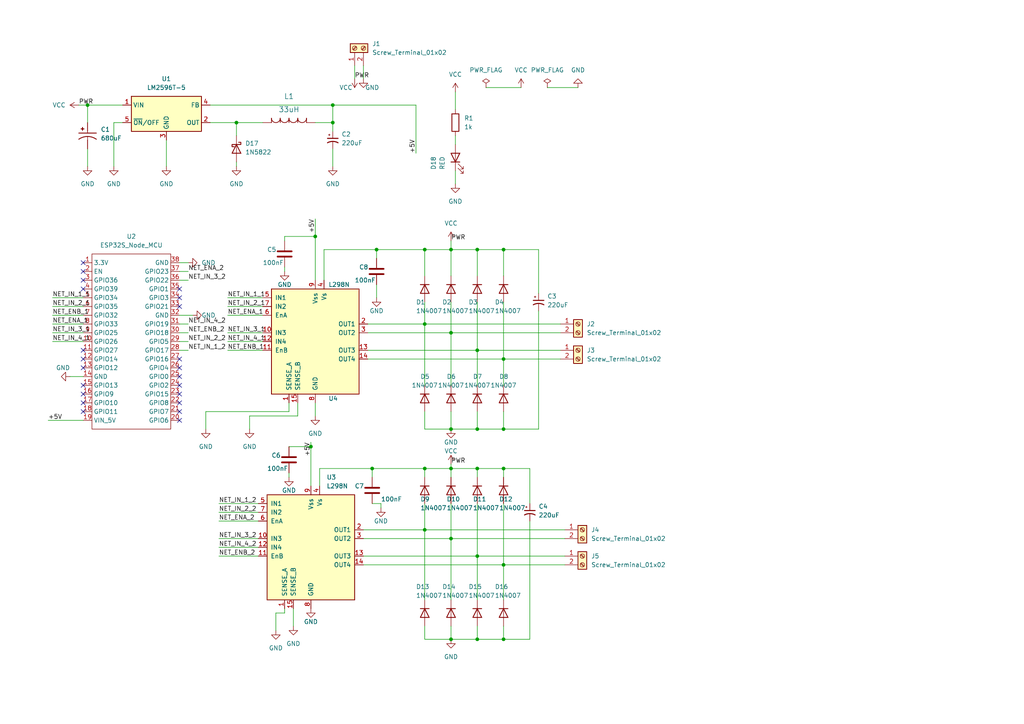
<source format=kicad_sch>
(kicad_sch (version 20211123) (generator eeschema)

  (uuid 170a07eb-d5e4-4d1a-89a7-148fdd884386)

  (paper "A4")

  (lib_symbols
    (symbol "Connector:Screw_Terminal_01x02" (pin_names (offset 1.016) hide) (in_bom yes) (on_board yes)
      (property "Reference" "J" (id 0) (at 0 2.54 0)
        (effects (font (size 1.27 1.27)))
      )
      (property "Value" "Screw_Terminal_01x02" (id 1) (at 0 -5.08 0)
        (effects (font (size 1.27 1.27)))
      )
      (property "Footprint" "" (id 2) (at 0 0 0)
        (effects (font (size 1.27 1.27)) hide)
      )
      (property "Datasheet" "~" (id 3) (at 0 0 0)
        (effects (font (size 1.27 1.27)) hide)
      )
      (property "ki_keywords" "screw terminal" (id 4) (at 0 0 0)
        (effects (font (size 1.27 1.27)) hide)
      )
      (property "ki_description" "Generic screw terminal, single row, 01x02, script generated (kicad-library-utils/schlib/autogen/connector/)" (id 5) (at 0 0 0)
        (effects (font (size 1.27 1.27)) hide)
      )
      (property "ki_fp_filters" "TerminalBlock*:*" (id 6) (at 0 0 0)
        (effects (font (size 1.27 1.27)) hide)
      )
      (symbol "Screw_Terminal_01x02_1_1"
        (rectangle (start -1.27 1.27) (end 1.27 -3.81)
          (stroke (width 0.254) (type default) (color 0 0 0 0))
          (fill (type background))
        )
        (circle (center 0 -2.54) (radius 0.635)
          (stroke (width 0.1524) (type default) (color 0 0 0 0))
          (fill (type none))
        )
        (polyline
          (pts
            (xy -0.5334 -2.2098)
            (xy 0.3302 -3.048)
          )
          (stroke (width 0.1524) (type default) (color 0 0 0 0))
          (fill (type none))
        )
        (polyline
          (pts
            (xy -0.5334 0.3302)
            (xy 0.3302 -0.508)
          )
          (stroke (width 0.1524) (type default) (color 0 0 0 0))
          (fill (type none))
        )
        (polyline
          (pts
            (xy -0.3556 -2.032)
            (xy 0.508 -2.8702)
          )
          (stroke (width 0.1524) (type default) (color 0 0 0 0))
          (fill (type none))
        )
        (polyline
          (pts
            (xy -0.3556 0.508)
            (xy 0.508 -0.3302)
          )
          (stroke (width 0.1524) (type default) (color 0 0 0 0))
          (fill (type none))
        )
        (circle (center 0 0) (radius 0.635)
          (stroke (width 0.1524) (type default) (color 0 0 0 0))
          (fill (type none))
        )
        (pin passive line (at -5.08 0 0) (length 3.81)
          (name "Pin_1" (effects (font (size 1.27 1.27))))
          (number "1" (effects (font (size 1.27 1.27))))
        )
        (pin passive line (at -5.08 -2.54 0) (length 3.81)
          (name "Pin_2" (effects (font (size 1.27 1.27))))
          (number "2" (effects (font (size 1.27 1.27))))
        )
      )
    )
    (symbol "Device:C" (pin_numbers hide) (pin_names (offset 0.254)) (in_bom yes) (on_board yes)
      (property "Reference" "C" (id 0) (at 0.635 2.54 0)
        (effects (font (size 1.27 1.27)) (justify left))
      )
      (property "Value" "C" (id 1) (at 0.635 -2.54 0)
        (effects (font (size 1.27 1.27)) (justify left))
      )
      (property "Footprint" "" (id 2) (at 0.9652 -3.81 0)
        (effects (font (size 1.27 1.27)) hide)
      )
      (property "Datasheet" "~" (id 3) (at 0 0 0)
        (effects (font (size 1.27 1.27)) hide)
      )
      (property "ki_keywords" "cap capacitor" (id 4) (at 0 0 0)
        (effects (font (size 1.27 1.27)) hide)
      )
      (property "ki_description" "Unpolarized capacitor" (id 5) (at 0 0 0)
        (effects (font (size 1.27 1.27)) hide)
      )
      (property "ki_fp_filters" "C_*" (id 6) (at 0 0 0)
        (effects (font (size 1.27 1.27)) hide)
      )
      (symbol "C_0_1"
        (polyline
          (pts
            (xy -2.032 -0.762)
            (xy 2.032 -0.762)
          )
          (stroke (width 0.508) (type default) (color 0 0 0 0))
          (fill (type none))
        )
        (polyline
          (pts
            (xy -2.032 0.762)
            (xy 2.032 0.762)
          )
          (stroke (width 0.508) (type default) (color 0 0 0 0))
          (fill (type none))
        )
      )
      (symbol "C_1_1"
        (pin passive line (at 0 3.81 270) (length 2.794)
          (name "~" (effects (font (size 1.27 1.27))))
          (number "1" (effects (font (size 1.27 1.27))))
        )
        (pin passive line (at 0 -3.81 90) (length 2.794)
          (name "~" (effects (font (size 1.27 1.27))))
          (number "2" (effects (font (size 1.27 1.27))))
        )
      )
    )
    (symbol "Device:C_Polarized_Small_US" (pin_numbers hide) (pin_names (offset 0.254) hide) (in_bom yes) (on_board yes)
      (property "Reference" "C" (id 0) (at 0.254 1.778 0)
        (effects (font (size 1.27 1.27)) (justify left))
      )
      (property "Value" "C_Polarized_Small_US" (id 1) (at 0.254 -2.032 0)
        (effects (font (size 1.27 1.27)) (justify left))
      )
      (property "Footprint" "" (id 2) (at 0 0 0)
        (effects (font (size 1.27 1.27)) hide)
      )
      (property "Datasheet" "~" (id 3) (at 0 0 0)
        (effects (font (size 1.27 1.27)) hide)
      )
      (property "ki_keywords" "cap capacitor" (id 4) (at 0 0 0)
        (effects (font (size 1.27 1.27)) hide)
      )
      (property "ki_description" "Polarized capacitor, small US symbol" (id 5) (at 0 0 0)
        (effects (font (size 1.27 1.27)) hide)
      )
      (property "ki_fp_filters" "CP_*" (id 6) (at 0 0 0)
        (effects (font (size 1.27 1.27)) hide)
      )
      (symbol "C_Polarized_Small_US_0_1"
        (polyline
          (pts
            (xy -1.524 0.508)
            (xy 1.524 0.508)
          )
          (stroke (width 0.3048) (type default) (color 0 0 0 0))
          (fill (type none))
        )
        (polyline
          (pts
            (xy -1.27 1.524)
            (xy -0.762 1.524)
          )
          (stroke (width 0) (type default) (color 0 0 0 0))
          (fill (type none))
        )
        (polyline
          (pts
            (xy -1.016 1.27)
            (xy -1.016 1.778)
          )
          (stroke (width 0) (type default) (color 0 0 0 0))
          (fill (type none))
        )
        (arc (start 1.524 -0.762) (mid 0 -0.3734) (end -1.524 -0.762)
          (stroke (width 0.3048) (type default) (color 0 0 0 0))
          (fill (type none))
        )
      )
      (symbol "C_Polarized_Small_US_1_1"
        (pin passive line (at 0 2.54 270) (length 2.032)
          (name "~" (effects (font (size 1.27 1.27))))
          (number "1" (effects (font (size 1.27 1.27))))
        )
        (pin passive line (at 0 -2.54 90) (length 2.032)
          (name "~" (effects (font (size 1.27 1.27))))
          (number "2" (effects (font (size 1.27 1.27))))
        )
      )
    )
    (symbol "Device:LED" (pin_numbers hide) (pin_names (offset 1.016) hide) (in_bom yes) (on_board yes)
      (property "Reference" "D" (id 0) (at 0 2.54 0)
        (effects (font (size 1.27 1.27)))
      )
      (property "Value" "LED" (id 1) (at 0 -2.54 0)
        (effects (font (size 1.27 1.27)))
      )
      (property "Footprint" "" (id 2) (at 0 0 0)
        (effects (font (size 1.27 1.27)) hide)
      )
      (property "Datasheet" "~" (id 3) (at 0 0 0)
        (effects (font (size 1.27 1.27)) hide)
      )
      (property "ki_keywords" "LED diode" (id 4) (at 0 0 0)
        (effects (font (size 1.27 1.27)) hide)
      )
      (property "ki_description" "Light emitting diode" (id 5) (at 0 0 0)
        (effects (font (size 1.27 1.27)) hide)
      )
      (property "ki_fp_filters" "LED* LED_SMD:* LED_THT:*" (id 6) (at 0 0 0)
        (effects (font (size 1.27 1.27)) hide)
      )
      (symbol "LED_0_1"
        (polyline
          (pts
            (xy -1.27 -1.27)
            (xy -1.27 1.27)
          )
          (stroke (width 0.254) (type default) (color 0 0 0 0))
          (fill (type none))
        )
        (polyline
          (pts
            (xy -1.27 0)
            (xy 1.27 0)
          )
          (stroke (width 0) (type default) (color 0 0 0 0))
          (fill (type none))
        )
        (polyline
          (pts
            (xy 1.27 -1.27)
            (xy 1.27 1.27)
            (xy -1.27 0)
            (xy 1.27 -1.27)
          )
          (stroke (width 0.254) (type default) (color 0 0 0 0))
          (fill (type none))
        )
        (polyline
          (pts
            (xy -3.048 -0.762)
            (xy -4.572 -2.286)
            (xy -3.81 -2.286)
            (xy -4.572 -2.286)
            (xy -4.572 -1.524)
          )
          (stroke (width 0) (type default) (color 0 0 0 0))
          (fill (type none))
        )
        (polyline
          (pts
            (xy -1.778 -0.762)
            (xy -3.302 -2.286)
            (xy -2.54 -2.286)
            (xy -3.302 -2.286)
            (xy -3.302 -1.524)
          )
          (stroke (width 0) (type default) (color 0 0 0 0))
          (fill (type none))
        )
      )
      (symbol "LED_1_1"
        (pin passive line (at -3.81 0 0) (length 2.54)
          (name "K" (effects (font (size 1.27 1.27))))
          (number "1" (effects (font (size 1.27 1.27))))
        )
        (pin passive line (at 3.81 0 180) (length 2.54)
          (name "A" (effects (font (size 1.27 1.27))))
          (number "2" (effects (font (size 1.27 1.27))))
        )
      )
    )
    (symbol "Device:R" (pin_numbers hide) (pin_names (offset 0)) (in_bom yes) (on_board yes)
      (property "Reference" "R" (id 0) (at 2.032 0 90)
        (effects (font (size 1.27 1.27)))
      )
      (property "Value" "R" (id 1) (at 0 0 90)
        (effects (font (size 1.27 1.27)))
      )
      (property "Footprint" "" (id 2) (at -1.778 0 90)
        (effects (font (size 1.27 1.27)) hide)
      )
      (property "Datasheet" "~" (id 3) (at 0 0 0)
        (effects (font (size 1.27 1.27)) hide)
      )
      (property "ki_keywords" "R res resistor" (id 4) (at 0 0 0)
        (effects (font (size 1.27 1.27)) hide)
      )
      (property "ki_description" "Resistor" (id 5) (at 0 0 0)
        (effects (font (size 1.27 1.27)) hide)
      )
      (property "ki_fp_filters" "R_*" (id 6) (at 0 0 0)
        (effects (font (size 1.27 1.27)) hide)
      )
      (symbol "R_0_1"
        (rectangle (start -1.016 -2.54) (end 1.016 2.54)
          (stroke (width 0.254) (type default) (color 0 0 0 0))
          (fill (type none))
        )
      )
      (symbol "R_1_1"
        (pin passive line (at 0 3.81 270) (length 1.27)
          (name "~" (effects (font (size 1.27 1.27))))
          (number "1" (effects (font (size 1.27 1.27))))
        )
        (pin passive line (at 0 -3.81 90) (length 1.27)
          (name "~" (effects (font (size 1.27 1.27))))
          (number "2" (effects (font (size 1.27 1.27))))
        )
      )
    )
    (symbol "Diode:1N4007" (pin_numbers hide) (pin_names (offset 1.016) hide) (in_bom yes) (on_board yes)
      (property "Reference" "D" (id 0) (at 0 2.54 0)
        (effects (font (size 1.27 1.27)))
      )
      (property "Value" "1N4007" (id 1) (at 0 -2.54 0)
        (effects (font (size 1.27 1.27)))
      )
      (property "Footprint" "Diode_THT:D_DO-41_SOD81_P10.16mm_Horizontal" (id 2) (at 0 -4.445 0)
        (effects (font (size 1.27 1.27)) hide)
      )
      (property "Datasheet" "http://www.vishay.com/docs/88503/1n4001.pdf" (id 3) (at 0 0 0)
        (effects (font (size 1.27 1.27)) hide)
      )
      (property "ki_keywords" "diode" (id 4) (at 0 0 0)
        (effects (font (size 1.27 1.27)) hide)
      )
      (property "ki_description" "1000V 1A General Purpose Rectifier Diode, DO-41" (id 5) (at 0 0 0)
        (effects (font (size 1.27 1.27)) hide)
      )
      (property "ki_fp_filters" "D*DO?41*" (id 6) (at 0 0 0)
        (effects (font (size 1.27 1.27)) hide)
      )
      (symbol "1N4007_0_1"
        (polyline
          (pts
            (xy -1.27 1.27)
            (xy -1.27 -1.27)
          )
          (stroke (width 0.254) (type default) (color 0 0 0 0))
          (fill (type none))
        )
        (polyline
          (pts
            (xy 1.27 0)
            (xy -1.27 0)
          )
          (stroke (width 0) (type default) (color 0 0 0 0))
          (fill (type none))
        )
        (polyline
          (pts
            (xy 1.27 1.27)
            (xy 1.27 -1.27)
            (xy -1.27 0)
            (xy 1.27 1.27)
          )
          (stroke (width 0.254) (type default) (color 0 0 0 0))
          (fill (type none))
        )
      )
      (symbol "1N4007_1_1"
        (pin passive line (at -3.81 0 0) (length 2.54)
          (name "K" (effects (font (size 1.27 1.27))))
          (number "1" (effects (font (size 1.27 1.27))))
        )
        (pin passive line (at 3.81 0 180) (length 2.54)
          (name "A" (effects (font (size 1.27 1.27))))
          (number "2" (effects (font (size 1.27 1.27))))
        )
      )
    )
    (symbol "Diode:1N5822" (pin_numbers hide) (pin_names (offset 1.016) hide) (in_bom yes) (on_board yes)
      (property "Reference" "D" (id 0) (at 0 2.54 0)
        (effects (font (size 1.27 1.27)))
      )
      (property "Value" "1N5822" (id 1) (at 0 -2.54 0)
        (effects (font (size 1.27 1.27)))
      )
      (property "Footprint" "Diode_THT:D_DO-201AD_P15.24mm_Horizontal" (id 2) (at 0 -4.445 0)
        (effects (font (size 1.27 1.27)) hide)
      )
      (property "Datasheet" "http://www.vishay.com/docs/88526/1n5820.pdf" (id 3) (at 0 0 0)
        (effects (font (size 1.27 1.27)) hide)
      )
      (property "ki_keywords" "diode Schottky" (id 4) (at 0 0 0)
        (effects (font (size 1.27 1.27)) hide)
      )
      (property "ki_description" "40V 3A Schottky Barrier Rectifier Diode, DO-201AD" (id 5) (at 0 0 0)
        (effects (font (size 1.27 1.27)) hide)
      )
      (property "ki_fp_filters" "D*DO?201AD*" (id 6) (at 0 0 0)
        (effects (font (size 1.27 1.27)) hide)
      )
      (symbol "1N5822_0_1"
        (polyline
          (pts
            (xy 1.27 0)
            (xy -1.27 0)
          )
          (stroke (width 0) (type default) (color 0 0 0 0))
          (fill (type none))
        )
        (polyline
          (pts
            (xy 1.27 1.27)
            (xy 1.27 -1.27)
            (xy -1.27 0)
            (xy 1.27 1.27)
          )
          (stroke (width 0.254) (type default) (color 0 0 0 0))
          (fill (type none))
        )
        (polyline
          (pts
            (xy -1.905 0.635)
            (xy -1.905 1.27)
            (xy -1.27 1.27)
            (xy -1.27 -1.27)
            (xy -0.635 -1.27)
            (xy -0.635 -0.635)
          )
          (stroke (width 0.254) (type default) (color 0 0 0 0))
          (fill (type none))
        )
      )
      (symbol "1N5822_1_1"
        (pin passive line (at -3.81 0 0) (length 2.54)
          (name "K" (effects (font (size 1.27 1.27))))
          (number "1" (effects (font (size 1.27 1.27))))
        )
        (pin passive line (at 3.81 0 180) (length 2.54)
          (name "A" (effects (font (size 1.27 1.27))))
          (number "2" (effects (font (size 1.27 1.27))))
        )
      )
    )
    (symbol "Driver_Motor:L298N" (pin_names (offset 1.016)) (in_bom yes) (on_board yes)
      (property "Reference" "U" (id 0) (at -10.16 16.51 0)
        (effects (font (size 1.27 1.27)) (justify right))
      )
      (property "Value" "L298N" (id 1) (at 12.7 16.51 0)
        (effects (font (size 1.27 1.27)) (justify right))
      )
      (property "Footprint" "Package_TO_SOT_THT:TO-220-15_P2.54x2.54mm_StaggerOdd_Lead4.58mm_Vertical" (id 2) (at 1.27 -16.51 0)
        (effects (font (size 1.27 1.27)) (justify left) hide)
      )
      (property "Datasheet" "http://www.st.com/st-web-ui/static/active/en/resource/technical/document/datasheet/CD00000240.pdf" (id 3) (at 3.81 6.35 0)
        (effects (font (size 1.27 1.27)) hide)
      )
      (property "ki_keywords" "H-bridge motor driver" (id 4) (at 0 0 0)
        (effects (font (size 1.27 1.27)) hide)
      )
      (property "ki_description" "Dual full bridge motor driver, up to 46V, 4A, Multiwatt15-V" (id 5) (at 0 0 0)
        (effects (font (size 1.27 1.27)) hide)
      )
      (property "ki_fp_filters" "TO?220*StaggerOdd*Vertical*" (id 6) (at 0 0 0)
        (effects (font (size 1.27 1.27)) hide)
      )
      (symbol "L298N_0_1"
        (rectangle (start -12.7 15.24) (end 12.7 -15.24)
          (stroke (width 0.254) (type default) (color 0 0 0 0))
          (fill (type background))
        )
      )
      (symbol "L298N_1_1"
        (pin power_in line (at -7.62 -17.78 90) (length 2.54)
          (name "SENSE_A" (effects (font (size 1.27 1.27))))
          (number "1" (effects (font (size 1.27 1.27))))
        )
        (pin input line (at -15.24 2.54 0) (length 2.54)
          (name "IN3" (effects (font (size 1.27 1.27))))
          (number "10" (effects (font (size 1.27 1.27))))
        )
        (pin input line (at -15.24 -2.54 0) (length 2.54)
          (name "EnB" (effects (font (size 1.27 1.27))))
          (number "11" (effects (font (size 1.27 1.27))))
        )
        (pin input line (at -15.24 0 0) (length 2.54)
          (name "IN4" (effects (font (size 1.27 1.27))))
          (number "12" (effects (font (size 1.27 1.27))))
        )
        (pin output line (at 15.24 -2.54 180) (length 2.54)
          (name "OUT3" (effects (font (size 1.27 1.27))))
          (number "13" (effects (font (size 1.27 1.27))))
        )
        (pin output line (at 15.24 -5.08 180) (length 2.54)
          (name "OUT4" (effects (font (size 1.27 1.27))))
          (number "14" (effects (font (size 1.27 1.27))))
        )
        (pin power_in line (at -5.08 -17.78 90) (length 2.54)
          (name "SENSE_B" (effects (font (size 1.27 1.27))))
          (number "15" (effects (font (size 1.27 1.27))))
        )
        (pin output line (at 15.24 5.08 180) (length 2.54)
          (name "OUT1" (effects (font (size 1.27 1.27))))
          (number "2" (effects (font (size 1.27 1.27))))
        )
        (pin output line (at 15.24 2.54 180) (length 2.54)
          (name "OUT2" (effects (font (size 1.27 1.27))))
          (number "3" (effects (font (size 1.27 1.27))))
        )
        (pin power_in line (at 2.54 17.78 270) (length 2.54)
          (name "Vs" (effects (font (size 1.27 1.27))))
          (number "4" (effects (font (size 1.27 1.27))))
        )
        (pin input line (at -15.24 12.7 0) (length 2.54)
          (name "IN1" (effects (font (size 1.27 1.27))))
          (number "5" (effects (font (size 1.27 1.27))))
        )
        (pin input line (at -15.24 7.62 0) (length 2.54)
          (name "EnA" (effects (font (size 1.27 1.27))))
          (number "6" (effects (font (size 1.27 1.27))))
        )
        (pin input line (at -15.24 10.16 0) (length 2.54)
          (name "IN2" (effects (font (size 1.27 1.27))))
          (number "7" (effects (font (size 1.27 1.27))))
        )
        (pin power_in line (at 0 -17.78 90) (length 2.54)
          (name "GND" (effects (font (size 1.27 1.27))))
          (number "8" (effects (font (size 1.27 1.27))))
        )
        (pin power_in line (at 0 17.78 270) (length 2.54)
          (name "Vss" (effects (font (size 1.27 1.27))))
          (number "9" (effects (font (size 1.27 1.27))))
        )
      )
    )
    (symbol "EEUFM1C681L:EEUFM1C681L" (pin_numbers hide) (pin_names (offset 1.016) hide) (in_bom yes) (on_board yes)
      (property "Reference" "C" (id 0) (at -2.54 3.81 0)
        (effects (font (size 1.27 1.27)) (justify left bottom))
      )
      (property "Value" "EEUFM1C681L" (id 1) (at -2.54 -5.08 0)
        (effects (font (size 1.27 1.27)) (justify left bottom))
      )
      (property "Footprint" "CAPPRD350W60D800H2000" (id 2) (at 0 0 0)
        (effects (font (size 1.27 1.27)) (justify left bottom) hide)
      )
      (property "Datasheet" "" (id 3) (at 0 0 0)
        (effects (font (size 1.27 1.27)) (justify left bottom) hide)
      )
      (property "A_max" "20" (id 4) (at 0 0 0)
        (effects (font (size 1.27 1.27)) (justify left bottom) hide)
      )
      (property "D_nom" "8" (id 5) (at 0 0 0)
        (effects (font (size 1.27 1.27)) (justify left bottom) hide)
      )
      (property "PARTREV" "28-FEB-20" (id 6) (at 0 0 0)
        (effects (font (size 1.27 1.27)) (justify left bottom) hide)
      )
      (property "e_nom" "3.5" (id 7) (at 0 0 0)
        (effects (font (size 1.27 1.27)) (justify left bottom) hide)
      )
      (property "b_nom" "0.6" (id 8) (at 0 0 0)
        (effects (font (size 1.27 1.27)) (justify left bottom) hide)
      )
      (property "DESCRIPTION" "FM-A" (id 9) (at 0 0 0)
        (effects (font (size 1.27 1.27)) (justify left bottom) hide)
      )
      (property "MF" "PANASONIC" (id 10) (at 0 0 0)
        (effects (font (size 1.27 1.27)) (justify left bottom) hide)
      )
      (property "b_max" "0.65" (id 11) (at 0 0 0)
        (effects (font (size 1.27 1.27)) (justify left bottom) hide)
      )
      (property "ki_locked" "" (id 12) (at 0 0 0)
        (effects (font (size 1.27 1.27)))
      )
      (symbol "EEUFM1C681L_0_0"
        (rectangle (start -1.1684 -1.524) (end -0.2794 -1.397)
          (stroke (width 0) (type default) (color 0 0 0 0))
          (fill (type outline))
        )
        (rectangle (start -0.7874 -1.905) (end -0.6604 -1.016)
          (stroke (width 0) (type default) (color 0 0 0 0))
          (fill (type outline))
        )
        (polyline
          (pts
            (xy 0 0)
            (xy 0.508 0)
          )
          (stroke (width 0.1524) (type default) (color 0 0 0 0))
          (fill (type none))
        )
        (polyline
          (pts
            (xy 0.508 0)
            (xy 0.508 -2.54)
          )
          (stroke (width 0.254) (type default) (color 0 0 0 0))
          (fill (type none))
        )
        (polyline
          (pts
            (xy 0.508 2.54)
            (xy 0.508 0)
          )
          (stroke (width 0.254) (type default) (color 0 0 0 0))
          (fill (type none))
        )
        (polyline
          (pts
            (xy 2.54 0)
            (xy 1.524 0)
          )
          (stroke (width 0.1524) (type default) (color 0 0 0 0))
          (fill (type none))
        )
        (arc (start 2.286 2.54) (mid 1.486 0) (end 2.286 -2.54)
          (stroke (width 0.254) (type default) (color 0 0 0 0))
          (fill (type none))
        )
        (pin passive line (at 5.08 0 180) (length 2.54)
          (name "~" (effects (font (size 1.016 1.016))))
          (number "N" (effects (font (size 1.016 1.016))))
        )
        (pin passive line (at -2.54 0 0) (length 2.54)
          (name "~" (effects (font (size 1.016 1.016))))
          (number "P" (effects (font (size 1.016 1.016))))
        )
      )
    )
    (symbol "Fitbot_Library:ESP32S_Node_MCU" (in_bom yes) (on_board yes)
      (property "Reference" "U" (id 0) (at -9.0424 30.6832 0)
        (effects (font (size 1.27 1.27)))
      )
      (property "Value" "ESP32S_Node_MCU" (id 1) (at 0.1778 -24.9936 0)
        (effects (font (size 1.27 1.27)))
      )
      (property "Footprint" "" (id 2) (at -6.1722 11.8364 0)
        (effects (font (size 1.27 1.27)) hide)
      )
      (property "Datasheet" "" (id 3) (at -6.1722 11.8364 0)
        (effects (font (size 1.27 1.27)) hide)
      )
      (symbol "ESP32S_Node_MCU_0_1"
        (rectangle (start -11.43 26.67) (end 11.43 -24.13)
          (stroke (width 0) (type default) (color 0 0 0 0))
          (fill (type none))
        )
      )
      (symbol "ESP32S_Node_MCU_1_1"
        (pin input line (at -13.97 24.13 0) (length 2.54)
          (name "3.3V" (effects (font (size 1.27 1.27))))
          (number "1" (effects (font (size 1.27 1.27))))
        )
        (pin input line (at -13.97 1.27 0) (length 2.54)
          (name "GPIO26" (effects (font (size 1.27 1.27))))
          (number "10" (effects (font (size 1.27 1.27))))
        )
        (pin input line (at -13.97 -1.27 0) (length 2.54)
          (name "GPIO27" (effects (font (size 1.27 1.27))))
          (number "11" (effects (font (size 1.27 1.27))))
        )
        (pin input line (at -13.97 -3.81 0) (length 2.54)
          (name "GPIO14" (effects (font (size 1.27 1.27))))
          (number "12" (effects (font (size 1.27 1.27))))
        )
        (pin input line (at -13.97 -6.35 0) (length 2.54)
          (name "GPIO12" (effects (font (size 1.27 1.27))))
          (number "13" (effects (font (size 1.27 1.27))))
        )
        (pin input line (at -13.97 -8.89 0) (length 2.54)
          (name "GND" (effects (font (size 1.27 1.27))))
          (number "14" (effects (font (size 1.27 1.27))))
        )
        (pin input line (at -13.97 -11.43 0) (length 2.54)
          (name "GPIO13" (effects (font (size 1.27 1.27))))
          (number "15" (effects (font (size 1.27 1.27))))
        )
        (pin input line (at -13.97 -13.97 0) (length 2.54)
          (name "GPIO9" (effects (font (size 1.27 1.27))))
          (number "16" (effects (font (size 1.27 1.27))))
        )
        (pin input line (at -13.97 -16.51 0) (length 2.54)
          (name "GPIO10" (effects (font (size 1.27 1.27))))
          (number "17" (effects (font (size 1.27 1.27))))
        )
        (pin input line (at -13.97 -19.05 0) (length 2.54)
          (name "GPIO11" (effects (font (size 1.27 1.27))))
          (number "18" (effects (font (size 1.27 1.27))))
        )
        (pin input line (at -13.97 -21.59 0) (length 2.54)
          (name "VIN_5V" (effects (font (size 1.27 1.27))))
          (number "19" (effects (font (size 1.27 1.27))))
        )
        (pin input line (at -13.97 21.59 0) (length 2.54)
          (name "EN" (effects (font (size 1.27 1.27))))
          (number "2" (effects (font (size 1.27 1.27))))
          (alternate "RESET" input line)
        )
        (pin input line (at 13.97 -21.59 180) (length 2.54)
          (name "GPIO6" (effects (font (size 1.27 1.27))))
          (number "20" (effects (font (size 1.27 1.27))))
        )
        (pin input line (at 13.97 -19.05 180) (length 2.54)
          (name "GPIO7" (effects (font (size 1.27 1.27))))
          (number "21" (effects (font (size 1.27 1.27))))
        )
        (pin input line (at 13.97 -16.51 180) (length 2.54)
          (name "GPIO8" (effects (font (size 1.27 1.27))))
          (number "22" (effects (font (size 1.27 1.27))))
        )
        (pin input line (at 13.97 -13.97 180) (length 2.54)
          (name "GPIO15" (effects (font (size 1.27 1.27))))
          (number "23" (effects (font (size 1.27 1.27))))
        )
        (pin input line (at 13.97 -11.43 180) (length 2.54)
          (name "GPIO2" (effects (font (size 1.27 1.27))))
          (number "24" (effects (font (size 1.27 1.27))))
        )
        (pin input line (at 13.97 -8.89 180) (length 2.54)
          (name "GPIO0" (effects (font (size 1.27 1.27))))
          (number "25" (effects (font (size 1.27 1.27))))
        )
        (pin input line (at 13.97 -6.35 180) (length 2.54)
          (name "GPIO4" (effects (font (size 1.27 1.27))))
          (number "26" (effects (font (size 1.27 1.27))))
        )
        (pin input line (at 13.97 -3.81 180) (length 2.54)
          (name "GPIO16" (effects (font (size 1.27 1.27))))
          (number "27" (effects (font (size 1.27 1.27))))
        )
        (pin input line (at 13.97 -1.27 180) (length 2.54)
          (name "GPIO17" (effects (font (size 1.27 1.27))))
          (number "28" (effects (font (size 1.27 1.27))))
        )
        (pin input line (at 13.97 1.27 180) (length 2.54)
          (name "GPIO5" (effects (font (size 1.27 1.27))))
          (number "29" (effects (font (size 1.27 1.27))))
        )
        (pin input line (at -13.97 19.05 0) (length 2.54)
          (name "GPIO36" (effects (font (size 1.27 1.27))))
          (number "3" (effects (font (size 1.27 1.27))))
          (alternate "ADC0" input line)
        )
        (pin input line (at 13.97 3.81 180) (length 2.54)
          (name "GPIO18" (effects (font (size 1.27 1.27))))
          (number "30" (effects (font (size 1.27 1.27))))
        )
        (pin input line (at 13.97 6.35 180) (length 2.54)
          (name "GPIO19" (effects (font (size 1.27 1.27))))
          (number "31" (effects (font (size 1.27 1.27))))
        )
        (pin input line (at 13.97 8.89 180) (length 2.54)
          (name "GND" (effects (font (size 1.27 1.27))))
          (number "32" (effects (font (size 1.27 1.27))))
        )
        (pin input line (at 13.97 11.43 180) (length 2.54)
          (name "GPIO21" (effects (font (size 1.27 1.27))))
          (number "33" (effects (font (size 1.27 1.27))))
        )
        (pin input line (at 13.97 13.97 180) (length 2.54)
          (name "GPIO3" (effects (font (size 1.27 1.27))))
          (number "34" (effects (font (size 1.27 1.27))))
        )
        (pin input line (at 13.97 16.51 180) (length 2.54)
          (name "GPIO1" (effects (font (size 1.27 1.27))))
          (number "35" (effects (font (size 1.27 1.27))))
        )
        (pin input line (at 13.97 19.05 180) (length 2.54)
          (name "GPIO22" (effects (font (size 1.27 1.27))))
          (number "36" (effects (font (size 1.27 1.27))))
        )
        (pin input line (at 13.97 21.59 180) (length 2.54)
          (name "GPIO23" (effects (font (size 1.27 1.27))))
          (number "37" (effects (font (size 1.27 1.27))))
        )
        (pin input line (at 13.97 24.13 180) (length 2.54)
          (name "GND" (effects (font (size 1.27 1.27))))
          (number "38" (effects (font (size 1.27 1.27))))
        )
        (pin input line (at -13.97 16.51 0) (length 2.54)
          (name "GPIO39" (effects (font (size 1.27 1.27))))
          (number "4" (effects (font (size 1.27 1.27))))
          (alternate "ADC3" input line)
        )
        (pin input line (at -13.97 13.97 0) (length 2.54)
          (name "GPIO34" (effects (font (size 1.27 1.27))))
          (number "5" (effects (font (size 1.27 1.27))))
          (alternate "ADC6" input line)
        )
        (pin input line (at -13.97 11.43 0) (length 2.54)
          (name "GPIO35" (effects (font (size 1.27 1.27))))
          (number "6" (effects (font (size 1.27 1.27))))
          (alternate "ADC7" input line)
        )
        (pin input line (at -13.97 8.89 0) (length 2.54)
          (name "GPIO32" (effects (font (size 1.27 1.27))))
          (number "7" (effects (font (size 1.27 1.27))))
        )
        (pin input line (at -13.97 6.35 0) (length 2.54)
          (name "GPIO33" (effects (font (size 1.27 1.27))))
          (number "8" (effects (font (size 1.27 1.27))))
        )
        (pin input line (at -13.97 3.81 0) (length 2.54)
          (name "GPIO25" (effects (font (size 1.27 1.27))))
          (number "9" (effects (font (size 1.27 1.27))))
        )
      )
    )
    (symbol "IHLP4040DZEK220M8A - Inductor:IHLP4040DZEK220M8A" (pin_numbers hide) (pin_names (offset 1.651) hide) (in_bom yes) (on_board yes)
      (property "Reference" "L" (id 0) (at 6.985 5.08 0)
        (effects (font (size 1.524 1.524)))
      )
      (property "Value" "IHLP4040DZEK220M8A" (id 1) (at 6.985 -5.715 0)
        (effects (font (size 1.524 1.524)))
      )
      (property "Footprint" "IND_R150M8A_VIS" (id 2) (at 6.985 -7.239 0)
        (effects (font (size 1.524 1.524)) hide)
      )
      (property "Datasheet" "" (id 3) (at 0 0 0)
        (effects (font (size 1.524 1.524)))
      )
      (property "ki_locked" "" (id 4) (at 0 0 0)
        (effects (font (size 1.27 1.27)))
      )
      (property "ki_fp_filters" "IND_R150M8A_VIS" (id 5) (at 0 0 0)
        (effects (font (size 1.27 1.27)) hide)
      )
      (symbol "IHLP4040DZEK220M8A_1_1"
        (polyline
          (pts
            (xy 2.54 0)
            (xy 2.54 1.27)
          )
          (stroke (width 0.2032) (type default) (color 0 0 0 0))
          (fill (type none))
        )
        (polyline
          (pts
            (xy 5.08 0)
            (xy 5.08 1.27)
          )
          (stroke (width 0.2032) (type default) (color 0 0 0 0))
          (fill (type none))
        )
        (polyline
          (pts
            (xy 7.62 0)
            (xy 7.62 1.27)
          )
          (stroke (width 0.2032) (type default) (color 0 0 0 0))
          (fill (type none))
        )
        (polyline
          (pts
            (xy 10.16 0)
            (xy 10.16 1.27)
          )
          (stroke (width 0.2032) (type default) (color 0 0 0 0))
          (fill (type none))
        )
        (polyline
          (pts
            (xy 12.7 0)
            (xy 12.7 1.27)
          )
          (stroke (width 0.2032) (type default) (color 0 0 0 0))
          (fill (type none))
        )
        (arc (start 2.54 1.27) (mid 3.81 0) (end 5.08 1.27)
          (stroke (width 0.2032) (type default) (color 0 0 0 0))
          (fill (type none))
        )
        (arc (start 5.08 1.27) (mid 6.35 0) (end 7.62 1.27)
          (stroke (width 0.2032) (type default) (color 0 0 0 0))
          (fill (type none))
        )
        (arc (start 7.62 1.27) (mid 8.89 0) (end 10.16 1.27)
          (stroke (width 0.2032) (type default) (color 0 0 0 0))
          (fill (type none))
        )
        (arc (start 10.16 1.27) (mid 11.43 0) (end 12.7 1.27)
          (stroke (width 0.2032) (type default) (color 0 0 0 0))
          (fill (type none))
        )
        (pin unspecified line (at 15.24 0 180) (length 2.54)
          (name "1" (effects (font (size 1.4986 1.4986))))
          (number "1" (effects (font (size 1.4986 1.4986))))
        )
        (pin unspecified line (at 0 0 0) (length 2.54)
          (name "2" (effects (font (size 1.4986 1.4986))))
          (number "2" (effects (font (size 1.4986 1.4986))))
        )
      )
    )
    (symbol "Regulator_Switching:LM2596T-5" (in_bom yes) (on_board yes)
      (property "Reference" "U" (id 0) (at -10.16 6.35 0)
        (effects (font (size 1.27 1.27)) (justify left))
      )
      (property "Value" "LM2596T-5" (id 1) (at 0 6.35 0)
        (effects (font (size 1.27 1.27)) (justify left))
      )
      (property "Footprint" "Package_TO_SOT_THT:TO-220-5_P3.4x3.7mm_StaggerOdd_Lead3.8mm_Vertical" (id 2) (at 1.27 -6.35 0)
        (effects (font (size 1.27 1.27) italic) (justify left) hide)
      )
      (property "Datasheet" "http://www.ti.com/lit/ds/symlink/lm2596.pdf" (id 3) (at 0 0 0)
        (effects (font (size 1.27 1.27)) hide)
      )
      (property "ki_keywords" "Step-Down Voltage Regulator 5V 3A" (id 4) (at 0 0 0)
        (effects (font (size 1.27 1.27)) hide)
      )
      (property "ki_description" "5V 3A 150kHz Step-Down Voltage Regulator, TO-220" (id 5) (at 0 0 0)
        (effects (font (size 1.27 1.27)) hide)
      )
      (property "ki_fp_filters" "TO?220*" (id 6) (at 0 0 0)
        (effects (font (size 1.27 1.27)) hide)
      )
      (symbol "LM2596T-5_0_1"
        (rectangle (start -10.16 5.08) (end 10.16 -5.08)
          (stroke (width 0.254) (type default) (color 0 0 0 0))
          (fill (type background))
        )
      )
      (symbol "LM2596T-5_1_1"
        (pin power_in line (at -12.7 2.54 0) (length 2.54)
          (name "VIN" (effects (font (size 1.27 1.27))))
          (number "1" (effects (font (size 1.27 1.27))))
        )
        (pin output line (at 12.7 -2.54 180) (length 2.54)
          (name "OUT" (effects (font (size 1.27 1.27))))
          (number "2" (effects (font (size 1.27 1.27))))
        )
        (pin power_in line (at 0 -7.62 90) (length 2.54)
          (name "GND" (effects (font (size 1.27 1.27))))
          (number "3" (effects (font (size 1.27 1.27))))
        )
        (pin input line (at 12.7 2.54 180) (length 2.54)
          (name "FB" (effects (font (size 1.27 1.27))))
          (number "4" (effects (font (size 1.27 1.27))))
        )
        (pin input line (at -12.7 -2.54 0) (length 2.54)
          (name "~{ON}/OFF" (effects (font (size 1.27 1.27))))
          (number "5" (effects (font (size 1.27 1.27))))
        )
      )
    )
    (symbol "power:GND" (power) (pin_names (offset 0)) (in_bom yes) (on_board yes)
      (property "Reference" "#PWR" (id 0) (at 0 -6.35 0)
        (effects (font (size 1.27 1.27)) hide)
      )
      (property "Value" "GND" (id 1) (at 0 -3.81 0)
        (effects (font (size 1.27 1.27)))
      )
      (property "Footprint" "" (id 2) (at 0 0 0)
        (effects (font (size 1.27 1.27)) hide)
      )
      (property "Datasheet" "" (id 3) (at 0 0 0)
        (effects (font (size 1.27 1.27)) hide)
      )
      (property "ki_keywords" "power-flag" (id 4) (at 0 0 0)
        (effects (font (size 1.27 1.27)) hide)
      )
      (property "ki_description" "Power symbol creates a global label with name \"GND\" , ground" (id 5) (at 0 0 0)
        (effects (font (size 1.27 1.27)) hide)
      )
      (symbol "GND_0_1"
        (polyline
          (pts
            (xy 0 0)
            (xy 0 -1.27)
            (xy 1.27 -1.27)
            (xy 0 -2.54)
            (xy -1.27 -1.27)
            (xy 0 -1.27)
          )
          (stroke (width 0) (type default) (color 0 0 0 0))
          (fill (type none))
        )
      )
      (symbol "GND_1_1"
        (pin power_in line (at 0 0 270) (length 0) hide
          (name "GND" (effects (font (size 1.27 1.27))))
          (number "1" (effects (font (size 1.27 1.27))))
        )
      )
    )
    (symbol "power:PWR_FLAG" (power) (pin_numbers hide) (pin_names (offset 0) hide) (in_bom yes) (on_board yes)
      (property "Reference" "#FLG" (id 0) (at 0 1.905 0)
        (effects (font (size 1.27 1.27)) hide)
      )
      (property "Value" "PWR_FLAG" (id 1) (at 0 3.81 0)
        (effects (font (size 1.27 1.27)))
      )
      (property "Footprint" "" (id 2) (at 0 0 0)
        (effects (font (size 1.27 1.27)) hide)
      )
      (property "Datasheet" "~" (id 3) (at 0 0 0)
        (effects (font (size 1.27 1.27)) hide)
      )
      (property "ki_keywords" "power-flag" (id 4) (at 0 0 0)
        (effects (font (size 1.27 1.27)) hide)
      )
      (property "ki_description" "Special symbol for telling ERC where power comes from" (id 5) (at 0 0 0)
        (effects (font (size 1.27 1.27)) hide)
      )
      (symbol "PWR_FLAG_0_0"
        (pin power_out line (at 0 0 90) (length 0)
          (name "pwr" (effects (font (size 1.27 1.27))))
          (number "1" (effects (font (size 1.27 1.27))))
        )
      )
      (symbol "PWR_FLAG_0_1"
        (polyline
          (pts
            (xy 0 0)
            (xy 0 1.27)
            (xy -1.016 1.905)
            (xy 0 2.54)
            (xy 1.016 1.905)
            (xy 0 1.27)
          )
          (stroke (width 0) (type default) (color 0 0 0 0))
          (fill (type none))
        )
      )
    )
    (symbol "power:VCC" (power) (pin_names (offset 0)) (in_bom yes) (on_board yes)
      (property "Reference" "#PWR" (id 0) (at 0 -3.81 0)
        (effects (font (size 1.27 1.27)) hide)
      )
      (property "Value" "VCC" (id 1) (at 0 3.81 0)
        (effects (font (size 1.27 1.27)))
      )
      (property "Footprint" "" (id 2) (at 0 0 0)
        (effects (font (size 1.27 1.27)) hide)
      )
      (property "Datasheet" "" (id 3) (at 0 0 0)
        (effects (font (size 1.27 1.27)) hide)
      )
      (property "ki_keywords" "power-flag" (id 4) (at 0 0 0)
        (effects (font (size 1.27 1.27)) hide)
      )
      (property "ki_description" "Power symbol creates a global label with name \"VCC\"" (id 5) (at 0 0 0)
        (effects (font (size 1.27 1.27)) hide)
      )
      (symbol "VCC_0_1"
        (polyline
          (pts
            (xy -0.762 1.27)
            (xy 0 2.54)
          )
          (stroke (width 0) (type default) (color 0 0 0 0))
          (fill (type none))
        )
        (polyline
          (pts
            (xy 0 0)
            (xy 0 2.54)
          )
          (stroke (width 0) (type default) (color 0 0 0 0))
          (fill (type none))
        )
        (polyline
          (pts
            (xy 0 2.54)
            (xy 0.762 1.27)
          )
          (stroke (width 0) (type default) (color 0 0 0 0))
          (fill (type none))
        )
      )
      (symbol "VCC_1_1"
        (pin power_in line (at 0 0 90) (length 0) hide
          (name "VCC" (effects (font (size 1.27 1.27))))
          (number "1" (effects (font (size 1.27 1.27))))
        )
      )
    )
  )

  (junction (at 90.17 129.54) (diameter 0) (color 0 0 0 0)
    (uuid 01fbc82d-4daf-49c2-b8ed-d2054b6753a7)
  )
  (junction (at 130.81 124.46) (diameter 0) (color 0 0 0 0)
    (uuid 0414703a-bf69-4721-843e-8e899e5221b0)
  )
  (junction (at 138.43 72.39) (diameter 0) (color 0 0 0 0)
    (uuid 06a81035-b9ec-409b-a09b-1cc12ce9f4a2)
  )
  (junction (at 138.43 124.46) (diameter 0) (color 0 0 0 0)
    (uuid 0a599a59-d69e-422a-b65a-7b828f9b178c)
  )
  (junction (at 146.05 163.83) (diameter 0) (color 0 0 0 0)
    (uuid 0a8341b5-f81a-44c8-bae1-48b256332c75)
  )
  (junction (at 123.19 72.39) (diameter 0) (color 0 0 0 0)
    (uuid 0bef9126-2e6a-4946-99f7-ac116c8eb6f7)
  )
  (junction (at 91.44 68.58) (diameter 0) (color 0 0 0 0)
    (uuid 11a832c4-d445-4141-b8b2-09fac36921af)
  )
  (junction (at 130.81 156.21) (diameter 0) (color 0 0 0 0)
    (uuid 406c5629-81ac-404f-9974-f2adef7c61f0)
  )
  (junction (at 96.52 30.48) (diameter 0) (color 0 0 0 0)
    (uuid 4e60b670-2789-4092-8f88-0e72ea05564b)
  )
  (junction (at 146.05 72.39) (diameter 0) (color 0 0 0 0)
    (uuid 4f5b0841-af3b-4536-aa9f-653147a5a5dc)
  )
  (junction (at 123.19 93.98) (diameter 0) (color 0 0 0 0)
    (uuid 66b7c163-f7ba-4f56-951a-6d7eab1f79e8)
  )
  (junction (at 109.22 72.39) (diameter 0) (color 0 0 0 0)
    (uuid 6da3d437-cca4-4347-972b-caadf429665d)
  )
  (junction (at 138.43 161.29) (diameter 0) (color 0 0 0 0)
    (uuid 6da90626-a323-4b45-9fde-9dfc7be9cc63)
  )
  (junction (at 130.81 72.39) (diameter 0) (color 0 0 0 0)
    (uuid 7c12111b-20d7-4cbe-911c-5f0e0aecd35a)
  )
  (junction (at 138.43 135.89) (diameter 0) (color 0 0 0 0)
    (uuid 803686ae-93be-4db7-a257-3288c471ddd1)
  )
  (junction (at 146.05 104.14) (diameter 0) (color 0 0 0 0)
    (uuid 809ffc4a-9bac-4852-a541-1a382cb0a26e)
  )
  (junction (at 68.58 35.56) (diameter 0) (color 0 0 0 0)
    (uuid 85d08382-1d2e-436d-8d2e-a933e439456d)
  )
  (junction (at 107.95 135.89) (diameter 0) (color 0 0 0 0)
    (uuid 8b957230-b0fc-44ab-9774-0022a09f3966)
  )
  (junction (at 146.05 124.46) (diameter 0) (color 0 0 0 0)
    (uuid 92756880-343f-4aee-87df-16d4087e9434)
  )
  (junction (at 123.19 135.89) (diameter 0) (color 0 0 0 0)
    (uuid 92c5a13a-c911-46d5-932c-1536fcb70519)
  )
  (junction (at 130.81 96.52) (diameter 0) (color 0 0 0 0)
    (uuid 9d526d74-c557-455f-99e0-85792385f9ef)
  )
  (junction (at 138.43 185.42) (diameter 0) (color 0 0 0 0)
    (uuid b2c8864c-5271-45e6-8aa9-834b0daa4b02)
  )
  (junction (at 25.4 30.48) (diameter 0) (color 0 0 0 0)
    (uuid b5bd335d-5082-45bf-9f4c-c8db88345567)
  )
  (junction (at 146.05 185.42) (diameter 0) (color 0 0 0 0)
    (uuid bb62f2c4-f585-4acc-ae14-4e07b1134a9c)
  )
  (junction (at 146.05 135.89) (diameter 0) (color 0 0 0 0)
    (uuid bdb62c24-0342-40ea-bfa7-68a4fe790603)
  )
  (junction (at 96.52 35.56) (diameter 0) (color 0 0 0 0)
    (uuid c7e21e17-2b2b-44de-8281-828041125de1)
  )
  (junction (at 138.43 101.6) (diameter 0) (color 0 0 0 0)
    (uuid cf1fadd5-2d6c-4337-858c-bdb5ecee9978)
  )
  (junction (at 123.19 153.67) (diameter 0) (color 0 0 0 0)
    (uuid ddb0e613-aa1f-4bb4-8380-8b6ec8ddc1ee)
  )
  (junction (at 130.81 185.42) (diameter 0) (color 0 0 0 0)
    (uuid ee915494-9f5f-4a45-84d9-d4b61a6cd2c0)
  )
  (junction (at 130.81 135.89) (diameter 0) (color 0 0 0 0)
    (uuid f7bee0ff-d91f-4448-b165-fe9936d0a6fc)
  )

  (no_connect (at 24.13 104.14) (uuid 2a204036-7722-4c09-80f7-5bf58bfa5c43))
  (no_connect (at 24.13 106.68) (uuid 39bc9b7c-72b7-4382-aae8-8dea9f28447f))
  (no_connect (at 24.13 101.6) (uuid 59be5554-6fc4-486a-9dc0-210d6aec78d3))
  (no_connect (at 24.13 81.28) (uuid 5e7fb806-ca47-4e2d-8b6a-04c1ec2b718f))
  (no_connect (at 24.13 76.2) (uuid 6814890d-287c-4548-8c41-36b00c00d779))
  (no_connect (at 24.13 83.82) (uuid 91502f08-268b-4e9b-9d42-7ed411a998f5))
  (no_connect (at 24.13 78.74) (uuid ac2629da-0f71-4dd2-bf1c-eafc51e1f6bc))
  (no_connect (at 24.13 111.76) (uuid cf3bb2c6-acea-4af5-82a6-f5a68ef0e2cb))
  (no_connect (at 24.13 116.84) (uuid cf3bb2c6-acea-4af5-82a6-f5a68ef0e2cc))
  (no_connect (at 24.13 114.3) (uuid cf3bb2c6-acea-4af5-82a6-f5a68ef0e2cd))
  (no_connect (at 24.13 119.38) (uuid cf3bb2c6-acea-4af5-82a6-f5a68ef0e2ce))
  (no_connect (at 52.07 121.92) (uuid cf3bb2c6-acea-4af5-82a6-f5a68ef0e2cf))
  (no_connect (at 52.07 119.38) (uuid cf3bb2c6-acea-4af5-82a6-f5a68ef0e2d0))
  (no_connect (at 52.07 86.36) (uuid cf3bb2c6-acea-4af5-82a6-f5a68ef0e2d1))
  (no_connect (at 52.07 83.82) (uuid cf3bb2c6-acea-4af5-82a6-f5a68ef0e2d2))
  (no_connect (at 52.07 88.9) (uuid cf3bb2c6-acea-4af5-82a6-f5a68ef0e2d3))
  (no_connect (at 52.07 104.14) (uuid cf3bb2c6-acea-4af5-82a6-f5a68ef0e2d4))
  (no_connect (at 52.07 114.3) (uuid cf3bb2c6-acea-4af5-82a6-f5a68ef0e2d5))
  (no_connect (at 52.07 106.68) (uuid cf3bb2c6-acea-4af5-82a6-f5a68ef0e2d6))
  (no_connect (at 52.07 109.22) (uuid cf3bb2c6-acea-4af5-82a6-f5a68ef0e2d7))
  (no_connect (at 52.07 116.84) (uuid cf3bb2c6-acea-4af5-82a6-f5a68ef0e2d8))
  (no_connect (at 52.07 111.76) (uuid cf3bb2c6-acea-4af5-82a6-f5a68ef0e2d9))

  (wire (pts (xy 63.5 148.59) (xy 74.93 148.59))
    (stroke (width 0) (type default) (color 0 0 0 0))
    (uuid 02ce9b06-bc8f-49b6-a057-3d0f5abce0fa)
  )
  (wire (pts (xy 106.68 93.98) (xy 123.19 93.98))
    (stroke (width 0) (type default) (color 0 0 0 0))
    (uuid 05ff3048-7de7-4d9e-a370-72294c841811)
  )
  (wire (pts (xy 146.05 72.39) (xy 146.05 80.01))
    (stroke (width 0) (type default) (color 0 0 0 0))
    (uuid 065df3f0-6bac-4dc1-8727-b23e2252b435)
  )
  (wire (pts (xy 15.24 86.36) (xy 24.13 86.36))
    (stroke (width 0) (type default) (color 0 0 0 0))
    (uuid 069eba9e-ac48-4760-b328-ae5ce42a4fa2)
  )
  (wire (pts (xy 130.81 181.61) (xy 130.81 185.42))
    (stroke (width 0) (type default) (color 0 0 0 0))
    (uuid 09ae3d17-111a-45ac-953d-f26e62b1d6d2)
  )
  (wire (pts (xy 132.08 49.53) (xy 132.08 53.34))
    (stroke (width 0) (type default) (color 0 0 0 0))
    (uuid 0ce6a4ea-eb69-4f75-8936-23cd53deff50)
  )
  (wire (pts (xy 82.55 176.53) (xy 82.55 177.8))
    (stroke (width 0) (type default) (color 0 0 0 0))
    (uuid 0d4a6f6e-6d10-416b-9d85-1936f81da696)
  )
  (wire (pts (xy 63.5 158.75) (xy 74.93 158.75))
    (stroke (width 0) (type default) (color 0 0 0 0))
    (uuid 0e78f48d-edf6-4581-b6a2-d6507ac1273d)
  )
  (wire (pts (xy 15.24 99.06) (xy 24.13 99.06))
    (stroke (width 0) (type default) (color 0 0 0 0))
    (uuid 0eaf8d36-2921-472c-88ed-4868f6e7626c)
  )
  (wire (pts (xy 96.52 35.56) (xy 96.52 30.48))
    (stroke (width 0) (type default) (color 0 0 0 0))
    (uuid 101b49d6-38a6-4116-867f-b6d8fa6ab17a)
  )
  (wire (pts (xy 82.55 68.58) (xy 91.44 68.58))
    (stroke (width 0) (type default) (color 0 0 0 0))
    (uuid 113cf79e-5efa-4f8c-819d-341249d5aa95)
  )
  (wire (pts (xy 52.07 78.74) (xy 54.61 78.74))
    (stroke (width 0) (type default) (color 0 0 0 0))
    (uuid 127238d3-23a3-45f5-a6e6-1779a1e5e56d)
  )
  (wire (pts (xy 59.69 119.38) (xy 83.82 119.38))
    (stroke (width 0) (type default) (color 0 0 0 0))
    (uuid 1345038f-3d1a-4fc2-b7a5-e66caf2975b7)
  )
  (wire (pts (xy 110.49 146.05) (xy 110.49 147.32))
    (stroke (width 0) (type default) (color 0 0 0 0))
    (uuid 14aa0e2f-d6b9-438b-9002-18cac5d59a6b)
  )
  (wire (pts (xy 146.05 124.46) (xy 138.43 124.46))
    (stroke (width 0) (type default) (color 0 0 0 0))
    (uuid 167d4475-ee8a-48a7-8bb2-635fafbdb544)
  )
  (wire (pts (xy 130.81 156.21) (xy 163.83 156.21))
    (stroke (width 0) (type default) (color 0 0 0 0))
    (uuid 17cc5fc3-f455-44e1-aad9-933a6b89141e)
  )
  (wire (pts (xy 13.97 121.92) (xy 24.13 121.92))
    (stroke (width 0) (type default) (color 0 0 0 0))
    (uuid 1a74fb96-09e9-4e88-8464-8cd48ea7cd0e)
  )
  (wire (pts (xy 90.17 128.27) (xy 90.17 129.54))
    (stroke (width 0) (type default) (color 0 0 0 0))
    (uuid 1a9df60a-5075-48e6-a758-d48c872e3d76)
  )
  (wire (pts (xy 68.58 35.56) (xy 68.58 39.37))
    (stroke (width 0) (type default) (color 0 0 0 0))
    (uuid 25926229-fc1f-495e-a9ce-f80d6a5a8078)
  )
  (wire (pts (xy 153.67 135.89) (xy 153.67 146.05))
    (stroke (width 0) (type default) (color 0 0 0 0))
    (uuid 270a132d-838b-4533-8fba-be41186815b3)
  )
  (wire (pts (xy 123.19 119.38) (xy 123.19 124.46))
    (stroke (width 0) (type default) (color 0 0 0 0))
    (uuid 27b3545c-125b-45a0-b3c8-91cb40cc36e9)
  )
  (wire (pts (xy 138.43 135.89) (xy 130.81 135.89))
    (stroke (width 0) (type default) (color 0 0 0 0))
    (uuid 27df8c4a-0458-4052-97b1-45e78892fa32)
  )
  (wire (pts (xy 123.19 93.98) (xy 162.56 93.98))
    (stroke (width 0) (type default) (color 0 0 0 0))
    (uuid 2873f761-df88-4f09-83cd-39acc468342e)
  )
  (wire (pts (xy 105.41 161.29) (xy 138.43 161.29))
    (stroke (width 0) (type default) (color 0 0 0 0))
    (uuid 2a2f3be4-922e-43fe-991e-03274f2e76b9)
  )
  (wire (pts (xy 138.43 138.43) (xy 138.43 135.89))
    (stroke (width 0) (type default) (color 0 0 0 0))
    (uuid 2c996aee-90c4-44af-a42a-6db259bcf5f2)
  )
  (wire (pts (xy 138.43 185.42) (xy 130.81 185.42))
    (stroke (width 0) (type default) (color 0 0 0 0))
    (uuid 2e44026f-4230-4ea8-930e-82879fd5d1ba)
  )
  (wire (pts (xy 130.81 96.52) (xy 130.81 111.76))
    (stroke (width 0) (type default) (color 0 0 0 0))
    (uuid 327cc48a-ae6b-4924-98fe-082cc3c17d96)
  )
  (wire (pts (xy 105.41 156.21) (xy 130.81 156.21))
    (stroke (width 0) (type default) (color 0 0 0 0))
    (uuid 32cc8901-a6ee-4ffa-85d1-281afc421666)
  )
  (wire (pts (xy 123.19 93.98) (xy 123.19 87.63))
    (stroke (width 0) (type default) (color 0 0 0 0))
    (uuid 340c3b05-ff63-410e-8fa0-68e089868fec)
  )
  (wire (pts (xy 130.81 134.62) (xy 130.81 135.89))
    (stroke (width 0) (type default) (color 0 0 0 0))
    (uuid 3523e670-8c1d-4b9c-bc99-07f176697750)
  )
  (wire (pts (xy 86.36 116.84) (xy 86.36 120.65))
    (stroke (width 0) (type default) (color 0 0 0 0))
    (uuid 355d7378-1533-4242-bc4f-c40bf09d915c)
  )
  (wire (pts (xy 59.69 119.38) (xy 59.69 124.46))
    (stroke (width 0) (type default) (color 0 0 0 0))
    (uuid 3794b145-7f24-46b8-b773-39d5ca6e0623)
  )
  (wire (pts (xy 132.08 26.67) (xy 132.08 31.75))
    (stroke (width 0) (type default) (color 0 0 0 0))
    (uuid 3b8d9853-1765-4cab-9b53-5c7fc26b4c91)
  )
  (wire (pts (xy 132.08 39.37) (xy 132.08 41.91))
    (stroke (width 0) (type default) (color 0 0 0 0))
    (uuid 3c14eeac-9b3b-44aa-856a-995d4208f9ee)
  )
  (wire (pts (xy 130.81 96.52) (xy 130.81 87.63))
    (stroke (width 0) (type default) (color 0 0 0 0))
    (uuid 3caf8fd9-f0ae-4c17-acd7-455a18b20e37)
  )
  (wire (pts (xy 138.43 80.01) (xy 138.43 72.39))
    (stroke (width 0) (type default) (color 0 0 0 0))
    (uuid 3fd785c9-ff4d-4dca-90c3-31037f667f92)
  )
  (wire (pts (xy 146.05 163.83) (xy 163.83 163.83))
    (stroke (width 0) (type default) (color 0 0 0 0))
    (uuid 40285009-8028-4461-b27c-d722e0057a2d)
  )
  (wire (pts (xy 123.19 185.42) (xy 130.81 185.42))
    (stroke (width 0) (type default) (color 0 0 0 0))
    (uuid 4061c005-386f-49a0-9555-b2d7cc7dca7c)
  )
  (wire (pts (xy 153.67 151.13) (xy 153.67 185.42))
    (stroke (width 0) (type default) (color 0 0 0 0))
    (uuid 408313de-7409-4724-9e1a-2cdfd12bc26b)
  )
  (wire (pts (xy 83.82 116.84) (xy 83.82 119.38))
    (stroke (width 0) (type default) (color 0 0 0 0))
    (uuid 43126bc5-1a20-45db-8c19-f4c24bd4530d)
  )
  (wire (pts (xy 130.81 119.38) (xy 130.81 124.46))
    (stroke (width 0) (type default) (color 0 0 0 0))
    (uuid 453c1a84-c52e-43ae-ad9e-bfa8a91b539a)
  )
  (wire (pts (xy 52.07 96.52) (xy 54.61 96.52))
    (stroke (width 0) (type default) (color 0 0 0 0))
    (uuid 45aca31d-ad7d-42e9-a0a8-ea05b2d1cb7b)
  )
  (wire (pts (xy 15.24 93.98) (xy 24.13 93.98))
    (stroke (width 0) (type default) (color 0 0 0 0))
    (uuid 48bde018-4f16-4827-9312-bb163d03b856)
  )
  (wire (pts (xy 96.52 30.48) (xy 120.65 30.48))
    (stroke (width 0) (type default) (color 0 0 0 0))
    (uuid 49a99737-7acf-4974-b42f-4b57b1fcf6fc)
  )
  (wire (pts (xy 146.05 135.89) (xy 138.43 135.89))
    (stroke (width 0) (type default) (color 0 0 0 0))
    (uuid 4b2ad205-2d38-455f-9050-bf26072d1570)
  )
  (wire (pts (xy 105.41 163.83) (xy 146.05 163.83))
    (stroke (width 0) (type default) (color 0 0 0 0))
    (uuid 4e6745c2-b9d5-44ad-b12e-2ed610b8ae06)
  )
  (wire (pts (xy 52.07 101.6) (xy 54.61 101.6))
    (stroke (width 0) (type default) (color 0 0 0 0))
    (uuid 4f04ee3e-884a-4cb1-b8fb-8e8f96942909)
  )
  (wire (pts (xy 138.43 72.39) (xy 146.05 72.39))
    (stroke (width 0) (type default) (color 0 0 0 0))
    (uuid 4f66ab45-6bc2-40f7-8e66-b28d911ec37a)
  )
  (wire (pts (xy 96.52 35.56) (xy 91.44 35.56))
    (stroke (width 0) (type default) (color 0 0 0 0))
    (uuid 4f7aa338-eb9f-4490-88c3-52fe1de5a56c)
  )
  (wire (pts (xy 123.19 181.61) (xy 123.19 185.42))
    (stroke (width 0) (type default) (color 0 0 0 0))
    (uuid 51c8a26c-5a7d-469d-903c-f98bd6ca8114)
  )
  (wire (pts (xy 146.05 181.61) (xy 146.05 185.42))
    (stroke (width 0) (type default) (color 0 0 0 0))
    (uuid 533f4e6e-e419-45ea-b7ff-085e918f6a93)
  )
  (wire (pts (xy 107.95 146.05) (xy 110.49 146.05))
    (stroke (width 0) (type default) (color 0 0 0 0))
    (uuid 57361f06-85e1-4111-b234-b378aa7aa234)
  )
  (wire (pts (xy 123.19 72.39) (xy 109.22 72.39))
    (stroke (width 0) (type default) (color 0 0 0 0))
    (uuid 5793076e-c05a-4384-9dfd-92c5fb3b60c0)
  )
  (wire (pts (xy 20.32 109.22) (xy 24.13 109.22))
    (stroke (width 0) (type default) (color 0 0 0 0))
    (uuid 590264bc-b489-4720-8dba-651a0efd7233)
  )
  (wire (pts (xy 35.56 35.56) (xy 33.02 35.56))
    (stroke (width 0) (type default) (color 0 0 0 0))
    (uuid 5b8fa7c9-36f2-47ab-9e67-daaee0656681)
  )
  (wire (pts (xy 105.41 153.67) (xy 123.19 153.67))
    (stroke (width 0) (type default) (color 0 0 0 0))
    (uuid 5c3d3ab9-3c5b-4147-ac01-7cb345701d33)
  )
  (wire (pts (xy 138.43 161.29) (xy 163.83 161.29))
    (stroke (width 0) (type default) (color 0 0 0 0))
    (uuid 5dfd7153-681b-4cd5-8155-01f35a43b2f6)
  )
  (wire (pts (xy 15.24 91.44) (xy 24.13 91.44))
    (stroke (width 0) (type default) (color 0 0 0 0))
    (uuid 606a6bd0-00ef-49c2-879a-38c203ccef40)
  )
  (wire (pts (xy 63.5 146.05) (xy 74.93 146.05))
    (stroke (width 0) (type default) (color 0 0 0 0))
    (uuid 60736857-2dcd-40ff-87bf-c5b63ceae2ee)
  )
  (wire (pts (xy 92.71 140.97) (xy 92.71 135.89))
    (stroke (width 0) (type default) (color 0 0 0 0))
    (uuid 6540626d-e1f7-4eb7-b4cb-1a0b53efb618)
  )
  (wire (pts (xy 72.39 120.65) (xy 72.39 124.46))
    (stroke (width 0) (type default) (color 0 0 0 0))
    (uuid 65c8e95e-b10e-46e5-9de1-07f9b0b896e9)
  )
  (wire (pts (xy 102.87 19.05) (xy 102.87 22.86))
    (stroke (width 0) (type default) (color 0 0 0 0))
    (uuid 66b6f269-b8a1-421c-9898-164364a7b678)
  )
  (wire (pts (xy 109.22 72.39) (xy 93.98 72.39))
    (stroke (width 0) (type default) (color 0 0 0 0))
    (uuid 6735c976-398c-425c-84b5-d8348b1660aa)
  )
  (wire (pts (xy 106.68 101.6) (xy 138.43 101.6))
    (stroke (width 0) (type default) (color 0 0 0 0))
    (uuid 67ba42f2-3f19-4e23-ade5-df074d6360d6)
  )
  (wire (pts (xy 52.07 99.06) (xy 54.61 99.06))
    (stroke (width 0) (type default) (color 0 0 0 0))
    (uuid 68295578-d387-4948-aa21-1e3f77e924b4)
  )
  (wire (pts (xy 130.81 156.21) (xy 130.81 146.05))
    (stroke (width 0) (type default) (color 0 0 0 0))
    (uuid 6985a012-a503-4cfd-8a1b-3a1a1eed00d0)
  )
  (wire (pts (xy 107.95 135.89) (xy 107.95 138.43))
    (stroke (width 0) (type default) (color 0 0 0 0))
    (uuid 6ab4a0c5-0a4c-48fa-afaf-f0433f47d60a)
  )
  (wire (pts (xy 138.43 124.46) (xy 130.81 124.46))
    (stroke (width 0) (type default) (color 0 0 0 0))
    (uuid 6ac7df57-bf5b-4b5f-aec0-3ee15cd1e4cf)
  )
  (wire (pts (xy 138.43 72.39) (xy 130.81 72.39))
    (stroke (width 0) (type default) (color 0 0 0 0))
    (uuid 6d025716-6811-4da1-b274-01d42f87d6fd)
  )
  (wire (pts (xy 68.58 46.99) (xy 68.58 48.26))
    (stroke (width 0) (type default) (color 0 0 0 0))
    (uuid 6e58aab8-5418-4a39-84e5-dca250a55fe3)
  )
  (wire (pts (xy 52.07 76.2) (xy 54.61 76.2))
    (stroke (width 0) (type default) (color 0 0 0 0))
    (uuid 6f0d4224-de63-49e2-ab9f-8cf6f9cc4a63)
  )
  (wire (pts (xy 146.05 163.83) (xy 146.05 146.05))
    (stroke (width 0) (type default) (color 0 0 0 0))
    (uuid 6f1ea19d-ab8e-40d7-afc2-777dd9bd3ac5)
  )
  (wire (pts (xy 106.68 104.14) (xy 146.05 104.14))
    (stroke (width 0) (type default) (color 0 0 0 0))
    (uuid 6f2969b3-72b7-4373-a077-384736b94be9)
  )
  (wire (pts (xy 80.01 177.8) (xy 80.01 182.88))
    (stroke (width 0) (type default) (color 0 0 0 0))
    (uuid 6f5770fa-6774-4039-a2bd-9908ec0fd41b)
  )
  (wire (pts (xy 93.98 72.39) (xy 93.98 81.28))
    (stroke (width 0) (type default) (color 0 0 0 0))
    (uuid 70725f3a-46bb-4525-a52f-bc5706bb1c16)
  )
  (wire (pts (xy 15.24 88.9) (xy 24.13 88.9))
    (stroke (width 0) (type default) (color 0 0 0 0))
    (uuid 73c6b69c-9552-4e30-968d-b322f3e789d6)
  )
  (wire (pts (xy 138.43 101.6) (xy 138.43 87.63))
    (stroke (width 0) (type default) (color 0 0 0 0))
    (uuid 77ae14d8-408f-4be1-8a82-a5248e997b80)
  )
  (wire (pts (xy 153.67 185.42) (xy 146.05 185.42))
    (stroke (width 0) (type default) (color 0 0 0 0))
    (uuid 781e5195-9c17-45cc-85e8-0906523fa980)
  )
  (wire (pts (xy 140.97 25.4) (xy 151.13 25.4))
    (stroke (width 0) (type default) (color 0 0 0 0))
    (uuid 783d3a86-5ca4-401f-9760-2e76a0eac8c6)
  )
  (wire (pts (xy 123.19 153.67) (xy 123.19 146.05))
    (stroke (width 0) (type default) (color 0 0 0 0))
    (uuid 7e6c8135-83f3-4a1f-86d0-cd41e9373517)
  )
  (wire (pts (xy 91.44 116.84) (xy 91.44 120.65))
    (stroke (width 0) (type default) (color 0 0 0 0))
    (uuid 7fbc4c14-9c1b-4428-8966-3d55efa58f72)
  )
  (wire (pts (xy 123.19 93.98) (xy 123.19 111.76))
    (stroke (width 0) (type default) (color 0 0 0 0))
    (uuid 80f9c7cf-f180-466e-a36d-a8a2268ed90a)
  )
  (wire (pts (xy 63.5 161.29) (xy 74.93 161.29))
    (stroke (width 0) (type default) (color 0 0 0 0))
    (uuid 83f672a8-b83b-4623-a039-d54adab288e1)
  )
  (wire (pts (xy 146.05 119.38) (xy 146.05 124.46))
    (stroke (width 0) (type default) (color 0 0 0 0))
    (uuid 847b31c0-c43a-44d6-b11e-8aa3f40548bf)
  )
  (wire (pts (xy 106.68 96.52) (xy 130.81 96.52))
    (stroke (width 0) (type default) (color 0 0 0 0))
    (uuid 8ac045b2-9a49-40d9-9c1e-b0807dff1e72)
  )
  (wire (pts (xy 123.19 153.67) (xy 123.19 173.99))
    (stroke (width 0) (type default) (color 0 0 0 0))
    (uuid 8b91583e-ccb0-481e-8040-e799f5ed5d18)
  )
  (wire (pts (xy 96.52 30.48) (xy 60.96 30.48))
    (stroke (width 0) (type default) (color 0 0 0 0))
    (uuid 8d4806b7-cb3f-4b85-b511-7ccc51d60236)
  )
  (wire (pts (xy 146.05 72.39) (xy 156.21 72.39))
    (stroke (width 0) (type default) (color 0 0 0 0))
    (uuid 8d9784b3-dc96-49a1-a698-e7734b3c3588)
  )
  (wire (pts (xy 156.21 90.17) (xy 156.21 124.46))
    (stroke (width 0) (type default) (color 0 0 0 0))
    (uuid 8e45979d-8f34-4965-98b7-7540404dd938)
  )
  (wire (pts (xy 138.43 181.61) (xy 138.43 185.42))
    (stroke (width 0) (type default) (color 0 0 0 0))
    (uuid 8e923f0c-aa99-427a-9fcb-93fca997e72e)
  )
  (wire (pts (xy 146.05 135.89) (xy 153.67 135.89))
    (stroke (width 0) (type default) (color 0 0 0 0))
    (uuid 8f41c502-39c3-46c3-9869-fcdf9b69c46a)
  )
  (wire (pts (xy 156.21 72.39) (xy 156.21 85.09))
    (stroke (width 0) (type default) (color 0 0 0 0))
    (uuid 9046486c-6526-4ba3-9204-327bec8d0d0b)
  )
  (wire (pts (xy 130.81 156.21) (xy 130.81 173.99))
    (stroke (width 0) (type default) (color 0 0 0 0))
    (uuid 91bff6d0-fd2e-45c1-abeb-869ef4466bbd)
  )
  (wire (pts (xy 146.05 163.83) (xy 146.05 173.99))
    (stroke (width 0) (type default) (color 0 0 0 0))
    (uuid 9647b4ad-726f-4786-ad07-430347eb8ef3)
  )
  (wire (pts (xy 156.21 124.46) (xy 146.05 124.46))
    (stroke (width 0) (type default) (color 0 0 0 0))
    (uuid 9693037a-b6d3-42b5-a9aa-af3245193d11)
  )
  (wire (pts (xy 92.71 135.89) (xy 107.95 135.89))
    (stroke (width 0) (type default) (color 0 0 0 0))
    (uuid 96fc3abe-59b9-4e56-974c-338effe0c4bc)
  )
  (wire (pts (xy 82.55 77.47) (xy 82.55 78.74))
    (stroke (width 0) (type default) (color 0 0 0 0))
    (uuid 9705a00c-8b01-49dc-a1e0-33f86231c936)
  )
  (wire (pts (xy 138.43 161.29) (xy 138.43 146.05))
    (stroke (width 0) (type default) (color 0 0 0 0))
    (uuid 98c1133e-ae6c-46f5-b642-b24f4ce19e13)
  )
  (wire (pts (xy 109.22 82.55) (xy 109.22 86.36))
    (stroke (width 0) (type default) (color 0 0 0 0))
    (uuid 9b318315-5d8c-4b3e-aa31-9468f8ac68d0)
  )
  (wire (pts (xy 123.19 80.01) (xy 123.19 72.39))
    (stroke (width 0) (type default) (color 0 0 0 0))
    (uuid 9d0327e4-e9ae-4cb9-98fc-05c4d103a9a0)
  )
  (wire (pts (xy 138.43 101.6) (xy 162.56 101.6))
    (stroke (width 0) (type default) (color 0 0 0 0))
    (uuid 9dd33c57-913b-46a2-b14d-d9a5ad503967)
  )
  (wire (pts (xy 146.05 104.14) (xy 146.05 111.76))
    (stroke (width 0) (type default) (color 0 0 0 0))
    (uuid 9f2caeea-97ca-41b8-af52-9641a3ee9621)
  )
  (wire (pts (xy 146.05 138.43) (xy 146.05 135.89))
    (stroke (width 0) (type default) (color 0 0 0 0))
    (uuid a40c6f82-3769-4a0b-bd78-12e9a8d02ed5)
  )
  (wire (pts (xy 25.4 30.48) (xy 25.4 35.56))
    (stroke (width 0) (type default) (color 0 0 0 0))
    (uuid a4ba4ef5-6de2-40f0-a542-d5f5fe635306)
  )
  (wire (pts (xy 123.19 72.39) (xy 130.81 72.39))
    (stroke (width 0) (type default) (color 0 0 0 0))
    (uuid a50941c0-6faf-4136-8d9f-1375e8122aa0)
  )
  (wire (pts (xy 83.82 129.54) (xy 90.17 129.54))
    (stroke (width 0) (type default) (color 0 0 0 0))
    (uuid a5733cfa-a0e2-4dd1-8c68-02853e796b75)
  )
  (wire (pts (xy 60.96 35.56) (xy 68.58 35.56))
    (stroke (width 0) (type default) (color 0 0 0 0))
    (uuid a6dbb3a0-f2a5-41c5-ae10-2eeb79a41003)
  )
  (wire (pts (xy 130.81 96.52) (xy 162.56 96.52))
    (stroke (width 0) (type default) (color 0 0 0 0))
    (uuid a734c11e-dbda-4a5e-abdf-a4774df4eb3c)
  )
  (wire (pts (xy 96.52 43.18) (xy 96.52 48.26))
    (stroke (width 0) (type default) (color 0 0 0 0))
    (uuid a7d2db80-1a1f-4a7c-917f-171302c1547e)
  )
  (wire (pts (xy 109.22 72.39) (xy 109.22 74.93))
    (stroke (width 0) (type default) (color 0 0 0 0))
    (uuid a810ecbd-d7cd-4645-9c56-3359582fdf7d)
  )
  (wire (pts (xy 105.41 19.05) (xy 105.41 22.86))
    (stroke (width 0) (type default) (color 0 0 0 0))
    (uuid a82dafd1-f327-4ecc-b34b-d2d7336ee230)
  )
  (wire (pts (xy 15.24 96.52) (xy 24.13 96.52))
    (stroke (width 0) (type default) (color 0 0 0 0))
    (uuid aa6ee177-3e35-4e47-bd5c-9ea4c061a36a)
  )
  (wire (pts (xy 130.81 69.85) (xy 130.81 72.39))
    (stroke (width 0) (type default) (color 0 0 0 0))
    (uuid abe755fa-de4f-47c6-8307-914a34ab0dd7)
  )
  (wire (pts (xy 123.19 124.46) (xy 130.81 124.46))
    (stroke (width 0) (type default) (color 0 0 0 0))
    (uuid afcd8ab9-328c-49ba-af62-342a271d35d5)
  )
  (wire (pts (xy 63.5 151.13) (xy 74.93 151.13))
    (stroke (width 0) (type default) (color 0 0 0 0))
    (uuid b423b5c9-eb79-4ee2-99ac-e7bf4fff88b0)
  )
  (wire (pts (xy 66.04 96.52) (xy 76.2 96.52))
    (stroke (width 0) (type default) (color 0 0 0 0))
    (uuid b5cba2ce-70b2-4c8d-ac8c-794615a5c1d0)
  )
  (wire (pts (xy 146.05 185.42) (xy 138.43 185.42))
    (stroke (width 0) (type default) (color 0 0 0 0))
    (uuid b5d58ae2-b706-49b1-afbd-fdd378c669d4)
  )
  (wire (pts (xy 52.07 93.98) (xy 54.61 93.98))
    (stroke (width 0) (type default) (color 0 0 0 0))
    (uuid b64f9cc4-a312-42a6-9b2b-f69d94df6fe1)
  )
  (wire (pts (xy 146.05 104.14) (xy 146.05 87.63))
    (stroke (width 0) (type default) (color 0 0 0 0))
    (uuid b69c7e78-06e0-4b88-8c86-7766c29d7ce3)
  )
  (wire (pts (xy 66.04 86.36) (xy 76.2 86.36))
    (stroke (width 0) (type default) (color 0 0 0 0))
    (uuid c1bf386c-9182-409b-b587-01d79e3509c6)
  )
  (wire (pts (xy 22.86 30.48) (xy 25.4 30.48))
    (stroke (width 0) (type default) (color 0 0 0 0))
    (uuid c1ed536c-f4bb-43f3-a4aa-b1529122e3c6)
  )
  (wire (pts (xy 120.65 30.48) (xy 120.65 44.45))
    (stroke (width 0) (type default) (color 0 0 0 0))
    (uuid c8af4844-736f-4d01-a47b-628bcbfb0907)
  )
  (wire (pts (xy 130.81 72.39) (xy 130.81 80.01))
    (stroke (width 0) (type default) (color 0 0 0 0))
    (uuid c9efa66b-d274-47ec-bb68-95595c65de13)
  )
  (wire (pts (xy 91.44 68.58) (xy 91.44 81.28))
    (stroke (width 0) (type default) (color 0 0 0 0))
    (uuid ca875a83-fcfe-48af-8681-917ac5fe1a6c)
  )
  (wire (pts (xy 123.19 153.67) (xy 163.83 153.67))
    (stroke (width 0) (type default) (color 0 0 0 0))
    (uuid caff8671-1e4a-4e27-a681-b6bcbef0089f)
  )
  (wire (pts (xy 82.55 177.8) (xy 80.01 177.8))
    (stroke (width 0) (type default) (color 0 0 0 0))
    (uuid cd29eaaa-4651-4078-8d43-6b5e295268e1)
  )
  (wire (pts (xy 85.09 176.53) (xy 85.09 181.61))
    (stroke (width 0) (type default) (color 0 0 0 0))
    (uuid cd4ea4e9-9451-418c-bb9b-af4def88e81f)
  )
  (wire (pts (xy 146.05 104.14) (xy 162.56 104.14))
    (stroke (width 0) (type default) (color 0 0 0 0))
    (uuid d08915d2-d23f-4836-820f-b6c91c2688af)
  )
  (wire (pts (xy 72.39 120.65) (xy 86.36 120.65))
    (stroke (width 0) (type default) (color 0 0 0 0))
    (uuid d18e0003-7ce3-47bf-8c64-591839b314d6)
  )
  (wire (pts (xy 138.43 119.38) (xy 138.43 124.46))
    (stroke (width 0) (type default) (color 0 0 0 0))
    (uuid d34a0016-ed46-4ee2-b4a5-af57c37189a0)
  )
  (wire (pts (xy 25.4 43.18) (xy 25.4 48.26))
    (stroke (width 0) (type default) (color 0 0 0 0))
    (uuid d3d6cc39-961e-42fe-843b-3935e4013a53)
  )
  (wire (pts (xy 25.4 30.48) (xy 35.56 30.48))
    (stroke (width 0) (type default) (color 0 0 0 0))
    (uuid d75ff008-1e04-4525-837e-7641c053e1ee)
  )
  (wire (pts (xy 138.43 161.29) (xy 138.43 173.99))
    (stroke (width 0) (type default) (color 0 0 0 0))
    (uuid d9c79b2d-6ced-445d-95e7-d3e2b645b12b)
  )
  (wire (pts (xy 66.04 99.06) (xy 76.2 99.06))
    (stroke (width 0) (type default) (color 0 0 0 0))
    (uuid dc686d57-3bc0-41b6-9a14-a218fa4214df)
  )
  (wire (pts (xy 96.52 38.1) (xy 96.52 35.56))
    (stroke (width 0) (type default) (color 0 0 0 0))
    (uuid dd57d389-a30c-4bf9-8b54-db3094272458)
  )
  (wire (pts (xy 68.58 35.56) (xy 76.2 35.56))
    (stroke (width 0) (type default) (color 0 0 0 0))
    (uuid de554c1c-a7d7-494d-a201-2731ecc2726d)
  )
  (wire (pts (xy 52.07 91.44) (xy 55.88 91.44))
    (stroke (width 0) (type default) (color 0 0 0 0))
    (uuid df704b27-ae84-4ebf-958b-78ec78af6828)
  )
  (wire (pts (xy 66.04 101.6) (xy 76.2 101.6))
    (stroke (width 0) (type default) (color 0 0 0 0))
    (uuid dfabc23f-daff-4248-8e8b-2112464c7940)
  )
  (wire (pts (xy 33.02 35.56) (xy 33.02 48.26))
    (stroke (width 0) (type default) (color 0 0 0 0))
    (uuid e3b5bb0d-936e-4a95-a91b-2f4ba66c70fd)
  )
  (wire (pts (xy 138.43 101.6) (xy 138.43 111.76))
    (stroke (width 0) (type default) (color 0 0 0 0))
    (uuid e5772ef4-0fbb-425d-8075-88ac5d5e31e6)
  )
  (wire (pts (xy 90.17 129.54) (xy 90.17 140.97))
    (stroke (width 0) (type default) (color 0 0 0 0))
    (uuid e67d0852-ac3a-4f84-b457-da109588df04)
  )
  (wire (pts (xy 123.19 135.89) (xy 130.81 135.89))
    (stroke (width 0) (type default) (color 0 0 0 0))
    (uuid e6c515bc-c12e-410b-9be9-2f84dd4ede22)
  )
  (wire (pts (xy 63.5 156.21) (xy 74.93 156.21))
    (stroke (width 0) (type default) (color 0 0 0 0))
    (uuid e79cd450-d50c-4ae6-a7e7-a1eeda90d7a0)
  )
  (wire (pts (xy 52.07 81.28) (xy 54.61 81.28))
    (stroke (width 0) (type default) (color 0 0 0 0))
    (uuid ee25e15a-c3d6-46d2-93ba-ba997b77643f)
  )
  (wire (pts (xy 91.44 63.5) (xy 91.44 68.58))
    (stroke (width 0) (type default) (color 0 0 0 0))
    (uuid eea782f6-9416-4a6f-8bce-cda3364cabc5)
  )
  (wire (pts (xy 82.55 69.85) (xy 82.55 68.58))
    (stroke (width 0) (type default) (color 0 0 0 0))
    (uuid ef017fee-ce3b-402c-98f6-d439516a31e4)
  )
  (wire (pts (xy 66.04 88.9) (xy 76.2 88.9))
    (stroke (width 0) (type default) (color 0 0 0 0))
    (uuid ef6926f3-aa65-4fd4-ade8-a86fdb4f142b)
  )
  (wire (pts (xy 107.95 135.89) (xy 123.19 135.89))
    (stroke (width 0) (type default) (color 0 0 0 0))
    (uuid f3bd24c9-319d-402b-bc20-a02e5d0fd382)
  )
  (wire (pts (xy 66.04 91.44) (xy 76.2 91.44))
    (stroke (width 0) (type default) (color 0 0 0 0))
    (uuid f8408ff5-c3bc-4c32-ac83-7d8ae2ff6ed4)
  )
  (wire (pts (xy 48.26 40.64) (xy 48.26 48.26))
    (stroke (width 0) (type default) (color 0 0 0 0))
    (uuid f90c1019-2ff6-4c5d-92d2-ec4320e8e3f3)
  )
  (wire (pts (xy 83.82 137.16) (xy 83.82 138.43))
    (stroke (width 0) (type default) (color 0 0 0 0))
    (uuid f910b798-1ba3-4088-b1cb-f426d85ea956)
  )
  (wire (pts (xy 158.75 25.4) (xy 167.64 25.4))
    (stroke (width 0) (type default) (color 0 0 0 0))
    (uuid fb93c905-ff5f-4f36-a559-8ba1a0564d50)
  )
  (wire (pts (xy 123.19 138.43) (xy 123.19 135.89))
    (stroke (width 0) (type default) (color 0 0 0 0))
    (uuid fbd302dc-d2ae-4228-a313-428a2c7bf8bf)
  )
  (wire (pts (xy 130.81 135.89) (xy 130.81 138.43))
    (stroke (width 0) (type default) (color 0 0 0 0))
    (uuid fe4b1c80-9bb1-4d36-a6be-dc9531cc335a)
  )

  (label "NET_IN_2_2" (at 54.61 99.06 0)
    (effects (font (size 1.27 1.27)) (justify left bottom))
    (uuid 02e004c8-0374-4b45-a040-be7df7605696)
  )
  (label "PWR" (at 22.86 30.48 0)
    (effects (font (size 1.27 1.27)) (justify left bottom))
    (uuid 0d13b615-66cc-4770-89b3-166f2143f313)
  )
  (label "NET_IN_4_2" (at 63.5 158.75 0)
    (effects (font (size 1.27 1.27)) (justify left bottom))
    (uuid 0de2722f-b3c4-4567-95d9-816b5855c242)
  )
  (label "NET_IN_2_1" (at 66.04 88.9 0)
    (effects (font (size 1.27 1.27)) (justify left bottom))
    (uuid 0ef7d2d3-96c5-4064-9fc7-14cd481da387)
  )
  (label "NET_IN_3_1" (at 66.04 96.52 0)
    (effects (font (size 1.27 1.27)) (justify left bottom))
    (uuid 11485e62-befe-483b-a907-92dea30c918a)
  )
  (label "PWR" (at 130.81 134.62 0)
    (effects (font (size 1.27 1.27)) (justify left bottom))
    (uuid 1260644d-ea17-4719-9f38-2202cfd480cf)
  )
  (label "NET_IN_1_2" (at 63.5 146.05 0)
    (effects (font (size 1.27 1.27)) (justify left bottom))
    (uuid 15111fe5-bb91-4547-9ef0-1015aa5550de)
  )
  (label "PWR" (at 130.81 69.85 0)
    (effects (font (size 1.27 1.27)) (justify left bottom))
    (uuid 194e5945-7eff-4d85-b829-035c7fc046e6)
  )
  (label "NET_ENA_1" (at 66.04 91.44 0)
    (effects (font (size 1.27 1.27)) (justify left bottom))
    (uuid 237ae708-afcb-4b4e-b3de-3ef088fc0c6d)
  )
  (label "NET_ENB_1" (at 66.04 101.6 0)
    (effects (font (size 1.27 1.27)) (justify left bottom))
    (uuid 25108292-16ef-45d0-9bb9-d8cb255dc60c)
  )
  (label "NET_ENA_1" (at 15.24 93.98 0)
    (effects (font (size 1.27 1.27)) (justify left bottom))
    (uuid 29e36624-0778-48b6-b3ea-7daa09ed2ba3)
  )
  (label "NET_ENA_2" (at 63.5 151.13 0)
    (effects (font (size 1.27 1.27)) (justify left bottom))
    (uuid 2d229ca2-4412-4216-8958-dd36664247c0)
  )
  (label "NET_IN_2_2" (at 63.5 148.59 0)
    (effects (font (size 1.27 1.27)) (justify left bottom))
    (uuid 2f01818a-fa96-4db2-aa33-e991a4f0c775)
  )
  (label "+5V" (at 91.44 63.5 270)
    (effects (font (size 1.27 1.27)) (justify right bottom))
    (uuid 326456a2-0016-49c5-a20d-96c916f37bf1)
  )
  (label "NET_IN_3_1" (at 15.24 96.52 0)
    (effects (font (size 1.27 1.27)) (justify left bottom))
    (uuid 38e579d0-7ad0-474f-b071-8abbba1cdb50)
  )
  (label "+5V" (at 90.17 128.27 270)
    (effects (font (size 1.27 1.27)) (justify right bottom))
    (uuid 6eecd589-4a8b-4e90-a1a5-5172e5eb4ca1)
  )
  (label "NET_ENB_1" (at 15.24 91.44 0)
    (effects (font (size 1.27 1.27)) (justify left bottom))
    (uuid 73cbc8e4-b335-4d5f-acb3-7483b55a44e3)
  )
  (label "NET_IN_1_1" (at 66.04 86.36 0)
    (effects (font (size 1.27 1.27)) (justify left bottom))
    (uuid 777007ed-8925-497a-9f07-49de22787430)
  )
  (label "+5V" (at 120.65 44.45 90)
    (effects (font (size 1.27 1.27)) (justify left bottom))
    (uuid 793fc2e5-15b1-41c4-9448-e2fcc737d529)
  )
  (label "+5V" (at 13.97 121.92 0)
    (effects (font (size 1.27 1.27)) (justify left bottom))
    (uuid 804af3c1-eac1-46eb-9e15-62073c62a3de)
  )
  (label "NET_IN_3_2" (at 63.5 156.21 0)
    (effects (font (size 1.27 1.27)) (justify left bottom))
    (uuid 861c8f16-ee4b-482e-ad33-d2d325533478)
  )
  (label "NET_IN_1_1" (at 15.24 86.36 0)
    (effects (font (size 1.27 1.27)) (justify left bottom))
    (uuid 8a8b48af-79e3-43d6-bef1-ad609c7acf10)
  )
  (label "NET_IN_4_1" (at 15.24 99.06 0)
    (effects (font (size 1.27 1.27)) (justify left bottom))
    (uuid 98bbdc1d-5a86-4085-a50d-785f8495b877)
  )
  (label "NET_ENB_2" (at 63.5 161.29 0)
    (effects (font (size 1.27 1.27)) (justify left bottom))
    (uuid 990d4dba-75ed-4a1b-acd1-76351428869c)
  )
  (label "PWR" (at 102.87 22.86 0)
    (effects (font (size 1.27 1.27)) (justify left bottom))
    (uuid aa92c6af-1be0-4e27-bc22-82e5448b13a7)
  )
  (label "NET_IN_4_1" (at 66.04 99.06 0)
    (effects (font (size 1.27 1.27)) (justify left bottom))
    (uuid b0feea23-6e25-4395-946a-6aaa37801342)
  )
  (label "NET_IN_1_2" (at 54.61 101.6 0)
    (effects (font (size 1.27 1.27)) (justify left bottom))
    (uuid c2b44bc0-5acd-4bc9-b443-55464fcf41ce)
  )
  (label "NET_ENB_2" (at 54.61 96.52 0)
    (effects (font (size 1.27 1.27)) (justify left bottom))
    (uuid e3c69d2b-0ed0-4a19-be54-6ef4d2979f2f)
  )
  (label "NET_IN_2_1" (at 15.24 88.9 0)
    (effects (font (size 1.27 1.27)) (justify left bottom))
    (uuid e567a776-ebb8-43a4-89e5-b28cb84c1dde)
  )
  (label "NET_IN_3_2" (at 54.61 81.28 0)
    (effects (font (size 1.27 1.27)) (justify left bottom))
    (uuid f2f4882d-eb6f-4cc6-9d5c-6ba6ac8e5036)
  )
  (label "NET_IN_4_2" (at 54.61 93.98 0)
    (effects (font (size 1.27 1.27)) (justify left bottom))
    (uuid f313664d-b95b-4faa-8a51-c0bf5d7a3c4d)
  )
  (label "NET_ENA_2" (at 54.61 78.74 0)
    (effects (font (size 1.27 1.27)) (justify left bottom))
    (uuid f4c3c1f7-747f-4328-8e10-94232b0177a1)
  )

  (symbol (lib_id "Diode:1N4007") (at 123.19 142.24 270) (unit 1)
    (in_bom yes) (on_board yes)
    (uuid 01862951-3ec8-4c4d-904b-508ac4de70f2)
    (property "Reference" "D9" (id 0) (at 121.92 144.78 90)
      (effects (font (size 1.27 1.27)) (justify left))
    )
    (property "Value" "1N4007" (id 1) (at 121.92 147.32 90)
      (effects (font (size 1.27 1.27)) (justify left))
    )
    (property "Footprint" "Diode_THT:D_DO-41_SOD81_P10.16mm_Horizontal" (id 2) (at 118.745 142.24 0)
      (effects (font (size 1.27 1.27)) hide)
    )
    (property "Datasheet" "http://www.vishay.com/docs/88503/1n4001.pdf" (id 3) (at 123.19 142.24 0)
      (effects (font (size 1.27 1.27)) hide)
    )
    (pin "1" (uuid 9cd20bae-ba83-442c-9cc4-5e54870eaef9))
    (pin "2" (uuid a85a7d58-c4fe-4550-bf02-3efb87fc1f86))
  )

  (symbol (lib_id "Diode:1N4007") (at 146.05 142.24 270) (unit 1)
    (in_bom yes) (on_board yes)
    (uuid 0cffec3d-85cc-4ad4-a855-6b8fe38063da)
    (property "Reference" "D12" (id 0) (at 144.78 144.78 90)
      (effects (font (size 1.27 1.27)) (justify left))
    )
    (property "Value" "1N4007" (id 1) (at 144.78 147.32 90)
      (effects (font (size 1.27 1.27)) (justify left))
    )
    (property "Footprint" "Diode_THT:D_DO-41_SOD81_P10.16mm_Horizontal" (id 2) (at 141.605 142.24 0)
      (effects (font (size 1.27 1.27)) hide)
    )
    (property "Datasheet" "http://www.vishay.com/docs/88503/1n4001.pdf" (id 3) (at 146.05 142.24 0)
      (effects (font (size 1.27 1.27)) hide)
    )
    (pin "1" (uuid 149dad79-734e-4e9b-a0d8-b628b004dfa5))
    (pin "2" (uuid 896ac395-6716-49a7-9d99-77ff60ba8a7e))
  )

  (symbol (lib_id "Diode:1N4007") (at 123.19 115.57 270) (unit 1)
    (in_bom yes) (on_board yes)
    (uuid 0f9ecaf0-95a0-4432-a3c6-a8625039c8d4)
    (property "Reference" "D5" (id 0) (at 121.92 109.22 90)
      (effects (font (size 1.27 1.27)) (justify left))
    )
    (property "Value" "1N4007" (id 1) (at 119.38 111.76 90)
      (effects (font (size 1.27 1.27)) (justify left))
    )
    (property "Footprint" "Diode_THT:D_DO-41_SOD81_P10.16mm_Horizontal" (id 2) (at 118.745 115.57 0)
      (effects (font (size 1.27 1.27)) hide)
    )
    (property "Datasheet" "http://www.vishay.com/docs/88503/1n4001.pdf" (id 3) (at 123.19 115.57 0)
      (effects (font (size 1.27 1.27)) hide)
    )
    (pin "1" (uuid 7800d775-2356-42e7-ad41-bc7d500321c9))
    (pin "2" (uuid f73c4414-6ffe-4b8b-8741-891588095f82))
  )

  (symbol (lib_id "Diode:1N4007") (at 138.43 177.8 270) (unit 1)
    (in_bom yes) (on_board yes)
    (uuid 113afded-7b5e-4d6a-86a9-cd2d626822dd)
    (property "Reference" "D15" (id 0) (at 135.89 170.18 90)
      (effects (font (size 1.27 1.27)) (justify left))
    )
    (property "Value" "1N4007" (id 1) (at 135.89 172.72 90)
      (effects (font (size 1.27 1.27)) (justify left))
    )
    (property "Footprint" "Diode_THT:D_DO-41_SOD81_P10.16mm_Horizontal" (id 2) (at 133.985 177.8 0)
      (effects (font (size 1.27 1.27)) hide)
    )
    (property "Datasheet" "http://www.vishay.com/docs/88503/1n4001.pdf" (id 3) (at 138.43 177.8 0)
      (effects (font (size 1.27 1.27)) hide)
    )
    (pin "1" (uuid 224e27cc-b6c1-43b6-8233-567cc3899b2b))
    (pin "2" (uuid a0ebc669-66ed-411f-94de-ec4b075a379c))
  )

  (symbol (lib_id "Diode:1N4007") (at 146.05 177.8 270) (unit 1)
    (in_bom yes) (on_board yes)
    (uuid 115faa38-98ce-473f-9ae8-dac977afbbd9)
    (property "Reference" "D16" (id 0) (at 143.51 170.18 90)
      (effects (font (size 1.27 1.27)) (justify left))
    )
    (property "Value" "1N4007" (id 1) (at 143.51 172.72 90)
      (effects (font (size 1.27 1.27)) (justify left))
    )
    (property "Footprint" "Diode_THT:D_DO-41_SOD81_P10.16mm_Horizontal" (id 2) (at 141.605 177.8 0)
      (effects (font (size 1.27 1.27)) hide)
    )
    (property "Datasheet" "http://www.vishay.com/docs/88503/1n4001.pdf" (id 3) (at 146.05 177.8 0)
      (effects (font (size 1.27 1.27)) hide)
    )
    (pin "1" (uuid f1f6a9e5-6587-4505-970a-5afd79fcb442))
    (pin "2" (uuid 82bfcc76-13df-4a80-aede-271025bb20c5))
  )

  (symbol (lib_id "power:GND") (at 72.39 124.46 0) (unit 1)
    (in_bom yes) (on_board yes) (fields_autoplaced)
    (uuid 1648b42f-69d0-4617-b61e-12d469736285)
    (property "Reference" "#PWR04" (id 0) (at 72.39 130.81 0)
      (effects (font (size 1.27 1.27)) hide)
    )
    (property "Value" "GND" (id 1) (at 72.39 129.54 0))
    (property "Footprint" "" (id 2) (at 72.39 124.46 0)
      (effects (font (size 1.27 1.27)) hide)
    )
    (property "Datasheet" "" (id 3) (at 72.39 124.46 0)
      (effects (font (size 1.27 1.27)) hide)
    )
    (pin "1" (uuid 9bcfda0d-0ff1-41a3-b88d-3fd20c2dcba4))
  )

  (symbol (lib_id "power:GND") (at 59.69 124.46 0) (unit 1)
    (in_bom yes) (on_board yes) (fields_autoplaced)
    (uuid 172827df-ef94-4842-bbd3-baca32708375)
    (property "Reference" "#PWR0116" (id 0) (at 59.69 130.81 0)
      (effects (font (size 1.27 1.27)) hide)
    )
    (property "Value" "GND" (id 1) (at 59.69 129.54 0))
    (property "Footprint" "" (id 2) (at 59.69 124.46 0)
      (effects (font (size 1.27 1.27)) hide)
    )
    (property "Datasheet" "" (id 3) (at 59.69 124.46 0)
      (effects (font (size 1.27 1.27)) hide)
    )
    (pin "1" (uuid a9efaf5f-1264-4120-b520-78fc11601b97))
  )

  (symbol (lib_id "IHLP4040DZEK220M8A - Inductor:IHLP4040DZEK220M8A") (at 76.2 35.56 0) (unit 1)
    (in_bom yes) (on_board yes) (fields_autoplaced)
    (uuid 19e1cb6f-2e00-4e17-a21f-571df0b75ea0)
    (property "Reference" "L1" (id 0) (at 83.82 27.94 0)
      (effects (font (size 1.524 1.524)))
    )
    (property "Value" "33uH" (id 1) (at 83.82 31.75 0)
      (effects (font (size 1.524 1.524)))
    )
    (property "Footprint" "downloaded-footprints:IHLP4040DZEK220M8A" (id 2) (at 83.185 42.799 0)
      (effects (font (size 1.524 1.524)) hide)
    )
    (property "Datasheet" "" (id 3) (at 76.2 35.56 0)
      (effects (font (size 1.524 1.524)))
    )
    (pin "1" (uuid 725dbd11-cd15-414e-b38d-603f6d124e98))
    (pin "2" (uuid 7623f5c8-f618-4faf-82f1-d84336f225b9))
  )

  (symbol (lib_id "power:VCC") (at 130.81 69.85 0) (unit 1)
    (in_bom yes) (on_board yes) (fields_autoplaced)
    (uuid 1bcc015a-e7b7-4dee-a02d-ddd9483794f5)
    (property "Reference" "#PWR0114" (id 0) (at 130.81 73.66 0)
      (effects (font (size 1.27 1.27)) hide)
    )
    (property "Value" "VCC" (id 1) (at 130.81 64.77 0))
    (property "Footprint" "" (id 2) (at 130.81 69.85 0)
      (effects (font (size 1.27 1.27)) hide)
    )
    (property "Datasheet" "" (id 3) (at 130.81 69.85 0)
      (effects (font (size 1.27 1.27)) hide)
    )
    (pin "1" (uuid 06c665f7-4404-45a7-8794-c6900d85e87d))
  )

  (symbol (lib_id "power:GND") (at 25.4 48.26 0) (unit 1)
    (in_bom yes) (on_board yes) (fields_autoplaced)
    (uuid 1e43b9c0-2e9c-4255-9ef2-8244e3c92947)
    (property "Reference" "#PWR0105" (id 0) (at 25.4 54.61 0)
      (effects (font (size 1.27 1.27)) hide)
    )
    (property "Value" "GND" (id 1) (at 25.4 53.34 0))
    (property "Footprint" "" (id 2) (at 25.4 48.26 0)
      (effects (font (size 1.27 1.27)) hide)
    )
    (property "Datasheet" "" (id 3) (at 25.4 48.26 0)
      (effects (font (size 1.27 1.27)) hide)
    )
    (pin "1" (uuid 7e458a77-b2ae-4dd9-aacb-5cb88cd94ada))
  )

  (symbol (lib_id "Driver_Motor:L298N") (at 91.44 99.06 0) (unit 1)
    (in_bom yes) (on_board yes)
    (uuid 2358925e-83d7-47e4-a61f-fcf1c7c3d357)
    (property "Reference" "U4" (id 0) (at 95.25 115.57 0)
      (effects (font (size 1.27 1.27)) (justify left))
    )
    (property "Value" "L298N" (id 1) (at 95.25 82.55 0)
      (effects (font (size 1.27 1.27)) (justify left))
    )
    (property "Footprint" "Package_TO_SOT_THT:TO-220-15_P2.54x2.54mm_StaggerOdd_Lead4.58mm_Vertical" (id 2) (at 92.71 115.57 0)
      (effects (font (size 1.27 1.27)) (justify left) hide)
    )
    (property "Datasheet" "http://www.st.com/st-web-ui/static/active/en/resource/technical/document/datasheet/CD00000240.pdf" (id 3) (at 95.25 92.71 0)
      (effects (font (size 1.27 1.27)) hide)
    )
    (pin "1" (uuid e983a4d0-d835-4b35-85a7-b1cb8d1c4ae1))
    (pin "10" (uuid 12bd8da0-e79a-4083-ac80-6c5f25a066fd))
    (pin "11" (uuid a3692b4c-b39c-4f69-818c-d7c8591e0648))
    (pin "12" (uuid 5ce1d245-bed7-4b7c-a165-e423266535e8))
    (pin "13" (uuid ee3d4786-82ae-4852-927b-597570df6ae8))
    (pin "14" (uuid 67d6be3b-ce12-4f79-a31a-e7edcc4f7fb7))
    (pin "15" (uuid 85390242-976d-4432-a8da-601238d077df))
    (pin "2" (uuid 66a94b5b-6d7b-48ee-8bfa-b2414578d8a3))
    (pin "3" (uuid 98fd0996-1569-4c28-9804-d9660f6cb640))
    (pin "4" (uuid 622d4b4a-d0ff-409e-a764-43df00acc410))
    (pin "5" (uuid 06c9fc3f-ce5d-4c93-aa04-1d715be3d67a))
    (pin "6" (uuid 3b9b22ec-edb7-4be2-8557-22a813713992))
    (pin "7" (uuid 9cf066ab-897a-4720-b158-67673f51287a))
    (pin "8" (uuid b2c3deb9-fd37-470e-a501-69bd7eb327e2))
    (pin "9" (uuid 021728d4-5b11-433c-83a2-d641303e45a8))
  )

  (symbol (lib_id "power:GND") (at 48.26 48.26 0) (unit 1)
    (in_bom yes) (on_board yes) (fields_autoplaced)
    (uuid 240536a0-16bd-48cd-8281-c6edd7789a31)
    (property "Reference" "#PWR0108" (id 0) (at 48.26 54.61 0)
      (effects (font (size 1.27 1.27)) hide)
    )
    (property "Value" "GND" (id 1) (at 48.26 53.34 0))
    (property "Footprint" "" (id 2) (at 48.26 48.26 0)
      (effects (font (size 1.27 1.27)) hide)
    )
    (property "Datasheet" "" (id 3) (at 48.26 48.26 0)
      (effects (font (size 1.27 1.27)) hide)
    )
    (pin "1" (uuid 4201a784-223e-4589-9497-0da6638ef703))
  )

  (symbol (lib_id "power:GND") (at 109.22 86.36 0) (unit 1)
    (in_bom yes) (on_board yes)
    (uuid 305d832a-cee3-4593-a4b6-5c033a4ded5f)
    (property "Reference" "#PWR06" (id 0) (at 109.22 92.71 0)
      (effects (font (size 1.27 1.27)) hide)
    )
    (property "Value" "GND" (id 1) (at 109.22 90.17 0))
    (property "Footprint" "" (id 2) (at 109.22 86.36 0)
      (effects (font (size 1.27 1.27)) hide)
    )
    (property "Datasheet" "" (id 3) (at 109.22 86.36 0)
      (effects (font (size 1.27 1.27)) hide)
    )
    (pin "1" (uuid 2a768942-32c0-4b43-bb41-75c2a752e9bd))
  )

  (symbol (lib_id "Device:C_Polarized_Small_US") (at 96.52 40.64 0) (unit 1)
    (in_bom yes) (on_board yes) (fields_autoplaced)
    (uuid 33b8de3b-bc0a-40b9-820d-35287519eb66)
    (property "Reference" "C2" (id 0) (at 99.06 38.9381 0)
      (effects (font (size 1.27 1.27)) (justify left))
    )
    (property "Value" "220uF" (id 1) (at 99.06 41.4781 0)
      (effects (font (size 1.27 1.27)) (justify left))
    )
    (property "Footprint" "Capacitor_THT:CP_Radial_D8.0mm_P5.00mm" (id 2) (at 96.52 40.64 0)
      (effects (font (size 1.27 1.27)) hide)
    )
    (property "Datasheet" "~" (id 3) (at 96.52 40.64 0)
      (effects (font (size 1.27 1.27)) hide)
    )
    (pin "1" (uuid ac6363a2-dc64-435d-8da7-a81c0bbda0b6))
    (pin "2" (uuid b79dae87-0513-477f-baed-001925c255f8))
  )

  (symbol (lib_id "Device:C_Polarized_Small_US") (at 153.67 148.59 0) (unit 1)
    (in_bom yes) (on_board yes) (fields_autoplaced)
    (uuid 34f84e5d-fd18-41bc-94ff-3802b63d49be)
    (property "Reference" "C4" (id 0) (at 156.21 146.8881 0)
      (effects (font (size 1.27 1.27)) (justify left))
    )
    (property "Value" "220uF" (id 1) (at 156.21 149.4281 0)
      (effects (font (size 1.27 1.27)) (justify left))
    )
    (property "Footprint" "Capacitor_THT:CP_Radial_D8.0mm_P5.00mm" (id 2) (at 153.67 148.59 0)
      (effects (font (size 1.27 1.27)) hide)
    )
    (property "Datasheet" "~" (id 3) (at 153.67 148.59 0)
      (effects (font (size 1.27 1.27)) hide)
    )
    (pin "1" (uuid 26a8d169-7871-49ae-8bb7-888a6b29f29d))
    (pin "2" (uuid 16d08197-2227-40c9-9650-31e789d0bd34))
  )

  (symbol (lib_id "power:GND") (at 110.49 147.32 0) (unit 1)
    (in_bom yes) (on_board yes)
    (uuid 370e58a2-334c-4d75-8532-fbb0d79ab810)
    (property "Reference" "#PWR07" (id 0) (at 110.49 153.67 0)
      (effects (font (size 1.27 1.27)) hide)
    )
    (property "Value" "GND" (id 1) (at 110.49 151.13 0))
    (property "Footprint" "" (id 2) (at 110.49 147.32 0)
      (effects (font (size 1.27 1.27)) hide)
    )
    (property "Datasheet" "" (id 3) (at 110.49 147.32 0)
      (effects (font (size 1.27 1.27)) hide)
    )
    (pin "1" (uuid b9bb271a-2d27-40a0-a8dc-15a6fd089ad0))
  )

  (symbol (lib_id "power:GND") (at 91.44 120.65 0) (unit 1)
    (in_bom yes) (on_board yes) (fields_autoplaced)
    (uuid 3814d5a7-933c-4151-a471-335048459f19)
    (property "Reference" "#PWR0112" (id 0) (at 91.44 127 0)
      (effects (font (size 1.27 1.27)) hide)
    )
    (property "Value" "GND" (id 1) (at 91.44 125.73 0))
    (property "Footprint" "" (id 2) (at 91.44 120.65 0)
      (effects (font (size 1.27 1.27)) hide)
    )
    (property "Datasheet" "" (id 3) (at 91.44 120.65 0)
      (effects (font (size 1.27 1.27)) hide)
    )
    (pin "1" (uuid afae49ea-e7b6-46ab-bed7-f6640e69b07f))
  )

  (symbol (lib_id "Device:C") (at 82.55 73.66 0) (unit 1)
    (in_bom yes) (on_board yes)
    (uuid 388051f7-9a09-483f-9051-acdd6393ef55)
    (property "Reference" "C5" (id 0) (at 77.47 72.39 0)
      (effects (font (size 1.27 1.27)) (justify left))
    )
    (property "Value" "100nF" (id 1) (at 76.2 76.2 0)
      (effects (font (size 1.27 1.27)) (justify left))
    )
    (property "Footprint" "downloaded-footprints:CAPC2012X135N-CL21A106KOQNNNE-0805" (id 2) (at 83.5152 77.47 0)
      (effects (font (size 1.27 1.27)) hide)
    )
    (property "Datasheet" "~" (id 3) (at 82.55 73.66 0)
      (effects (font (size 1.27 1.27)) hide)
    )
    (pin "1" (uuid 04bf18bd-6894-4bfa-a3df-3a2196957d29))
    (pin "2" (uuid 517f6cbe-5e1f-45ef-a255-ec5cef6bddb9))
  )

  (symbol (lib_id "Diode:1N4007") (at 146.05 115.57 270) (unit 1)
    (in_bom yes) (on_board yes)
    (uuid 394e2799-3440-4111-805f-036c433cb7ed)
    (property "Reference" "D8" (id 0) (at 144.78 109.22 90)
      (effects (font (size 1.27 1.27)) (justify left))
    )
    (property "Value" "1N4007" (id 1) (at 142.24 111.76 90)
      (effects (font (size 1.27 1.27)) (justify left))
    )
    (property "Footprint" "Diode_THT:D_DO-41_SOD81_P10.16mm_Horizontal" (id 2) (at 141.605 115.57 0)
      (effects (font (size 1.27 1.27)) hide)
    )
    (property "Datasheet" "http://www.vishay.com/docs/88503/1n4001.pdf" (id 3) (at 146.05 115.57 0)
      (effects (font (size 1.27 1.27)) hide)
    )
    (pin "1" (uuid f05d3149-9f85-4aa6-91b4-64080523e1c1))
    (pin "2" (uuid 86673a17-5119-485b-9677-801c269e96f5))
  )

  (symbol (lib_id "power:GND") (at 132.08 53.34 0) (unit 1)
    (in_bom yes) (on_board yes) (fields_autoplaced)
    (uuid 3e01a7de-0eee-4745-9f5f-1ce67017f2da)
    (property "Reference" "#PWR0113" (id 0) (at 132.08 59.69 0)
      (effects (font (size 1.27 1.27)) hide)
    )
    (property "Value" "GND" (id 1) (at 132.08 58.42 0))
    (property "Footprint" "" (id 2) (at 132.08 53.34 0)
      (effects (font (size 1.27 1.27)) hide)
    )
    (property "Datasheet" "" (id 3) (at 132.08 53.34 0)
      (effects (font (size 1.27 1.27)) hide)
    )
    (pin "1" (uuid 116a6566-64e6-4ae2-8d42-78c7e816ce10))
  )

  (symbol (lib_id "Diode:1N5822") (at 68.58 43.18 270) (unit 1)
    (in_bom yes) (on_board yes) (fields_autoplaced)
    (uuid 42ff79f5-7aba-4233-be21-4072d4762c22)
    (property "Reference" "D17" (id 0) (at 71.12 41.5924 90)
      (effects (font (size 1.27 1.27)) (justify left))
    )
    (property "Value" "1N5822" (id 1) (at 71.12 44.1324 90)
      (effects (font (size 1.27 1.27)) (justify left))
    )
    (property "Footprint" "Diode_THT:D_DO-201AD_P15.24mm_Horizontal" (id 2) (at 64.135 43.18 0)
      (effects (font (size 1.27 1.27)) hide)
    )
    (property "Datasheet" "http://www.vishay.com/docs/88526/1n5820.pdf" (id 3) (at 68.58 43.18 0)
      (effects (font (size 1.27 1.27)) hide)
    )
    (pin "1" (uuid a485a506-d404-4163-8966-e823be70f215))
    (pin "2" (uuid f3344bad-768f-4031-b296-63d7840125e5))
  )

  (symbol (lib_id "Diode:1N4007") (at 123.19 177.8 270) (unit 1)
    (in_bom yes) (on_board yes)
    (uuid 475fb633-4e4d-46f7-a812-58cd4582b779)
    (property "Reference" "D13" (id 0) (at 120.65 170.18 90)
      (effects (font (size 1.27 1.27)) (justify left))
    )
    (property "Value" "1N4007" (id 1) (at 120.65 172.72 90)
      (effects (font (size 1.27 1.27)) (justify left))
    )
    (property "Footprint" "Diode_THT:D_DO-41_SOD81_P10.16mm_Horizontal" (id 2) (at 118.745 177.8 0)
      (effects (font (size 1.27 1.27)) hide)
    )
    (property "Datasheet" "http://www.vishay.com/docs/88503/1n4001.pdf" (id 3) (at 123.19 177.8 0)
      (effects (font (size 1.27 1.27)) hide)
    )
    (pin "1" (uuid 1ca6b8c3-52f9-46ce-830b-e1de31a7c21f))
    (pin "2" (uuid f9769acb-8f50-4851-a70d-2e09b45e7483))
  )

  (symbol (lib_id "power:GND") (at 130.81 124.46 0) (unit 1)
    (in_bom yes) (on_board yes)
    (uuid 48fa765a-4dfe-4f36-97be-ffbf36f298c5)
    (property "Reference" "#PWR0109" (id 0) (at 130.81 130.81 0)
      (effects (font (size 1.27 1.27)) hide)
    )
    (property "Value" "GND" (id 1) (at 130.81 128.27 0))
    (property "Footprint" "" (id 2) (at 130.81 124.46 0)
      (effects (font (size 1.27 1.27)) hide)
    )
    (property "Datasheet" "" (id 3) (at 130.81 124.46 0)
      (effects (font (size 1.27 1.27)) hide)
    )
    (pin "1" (uuid a2366fcb-817e-4f01-91fd-ae6259250e37))
  )

  (symbol (lib_id "Connector:Screw_Terminal_01x02") (at 168.91 161.29 0) (unit 1)
    (in_bom yes) (on_board yes) (fields_autoplaced)
    (uuid 4a1f7515-0c03-4342-b27a-4e9fd7f5b173)
    (property "Reference" "J5" (id 0) (at 171.45 161.2899 0)
      (effects (font (size 1.27 1.27)) (justify left))
    )
    (property "Value" "Screw_Terminal_01x02" (id 1) (at 171.45 163.8299 0)
      (effects (font (size 1.27 1.27)) (justify left))
    )
    (property "Footprint" "TerminalBlock_Phoenix:TerminalBlock_Phoenix_MKDS-1,5-2-5.08_1x02_P5.08mm_Horizontal" (id 2) (at 168.91 161.29 0)
      (effects (font (size 1.27 1.27)) hide)
    )
    (property "Datasheet" "~" (id 3) (at 168.91 161.29 0)
      (effects (font (size 1.27 1.27)) hide)
    )
    (pin "1" (uuid 45088484-eca0-460c-b095-3149fcdb60a7))
    (pin "2" (uuid 8e61badc-5f14-4933-a780-5fb3968b7549))
  )

  (symbol (lib_id "power:GND") (at 20.32 109.22 270) (unit 1)
    (in_bom yes) (on_board yes)
    (uuid 4b54b755-e62f-42c9-bcce-facb2b0aa410)
    (property "Reference" "#PWR0101" (id 0) (at 13.97 109.22 0)
      (effects (font (size 1.27 1.27)) hide)
    )
    (property "Value" "GND" (id 1) (at 20.32 106.68 90)
      (effects (font (size 1.27 1.27)) (justify right))
    )
    (property "Footprint" "" (id 2) (at 20.32 109.22 0)
      (effects (font (size 1.27 1.27)) hide)
    )
    (property "Datasheet" "" (id 3) (at 20.32 109.22 0)
      (effects (font (size 1.27 1.27)) hide)
    )
    (pin "1" (uuid d933c2d8-5cdc-48c5-9010-bfaeba29c5a7))
  )

  (symbol (lib_id "Device:R") (at 132.08 35.56 0) (unit 1)
    (in_bom yes) (on_board yes) (fields_autoplaced)
    (uuid 4d9e4494-ff8a-46c7-b158-4ba685b0522f)
    (property "Reference" "R1" (id 0) (at 134.62 34.2899 0)
      (effects (font (size 1.27 1.27)) (justify left))
    )
    (property "Value" "1k" (id 1) (at 134.62 36.8299 0)
      (effects (font (size 1.27 1.27)) (justify left))
    )
    (property "Footprint" "Resistor_THT:R_Axial_DIN0207_L6.3mm_D2.5mm_P7.62mm_Horizontal" (id 2) (at 130.302 35.56 90)
      (effects (font (size 1.27 1.27)) hide)
    )
    (property "Datasheet" "~" (id 3) (at 132.08 35.56 0)
      (effects (font (size 1.27 1.27)) hide)
    )
    (pin "1" (uuid 9a4d1697-eeeb-435b-8bfc-a121e72ebd25))
    (pin "2" (uuid 8af908e4-578a-4a23-bdd9-cebf47a7ee95))
  )

  (symbol (lib_id "Device:C") (at 109.22 78.74 0) (unit 1)
    (in_bom yes) (on_board yes)
    (uuid 4ec52ebe-077f-42a6-b2db-84301cd39536)
    (property "Reference" "C8" (id 0) (at 104.14 77.47 0)
      (effects (font (size 1.27 1.27)) (justify left))
    )
    (property "Value" "100nF" (id 1) (at 102.87 81.28 0)
      (effects (font (size 1.27 1.27)) (justify left))
    )
    (property "Footprint" "downloaded-footprints:CAPC2012X135N-CL21A106KOQNNNE-0805" (id 2) (at 110.1852 82.55 0)
      (effects (font (size 1.27 1.27)) hide)
    )
    (property "Datasheet" "~" (id 3) (at 109.22 78.74 0)
      (effects (font (size 1.27 1.27)) hide)
    )
    (pin "1" (uuid d053bab7-ceca-429b-b922-1c3a10cf5a2d))
    (pin "2" (uuid d1a6a12b-089e-414d-b67e-4074e7449bcd))
  )

  (symbol (lib_id "Diode:1N4007") (at 123.19 83.82 270) (unit 1)
    (in_bom yes) (on_board yes)
    (uuid 4f71f935-c231-4444-8a2d-c4a1d5b5c64f)
    (property "Reference" "D1" (id 0) (at 120.65 87.63 90)
      (effects (font (size 1.27 1.27)) (justify left))
    )
    (property "Value" "1N4007" (id 1) (at 120.65 90.17 90)
      (effects (font (size 1.27 1.27)) (justify left))
    )
    (property "Footprint" "Diode_THT:D_DO-41_SOD81_P10.16mm_Horizontal" (id 2) (at 118.745 83.82 0)
      (effects (font (size 1.27 1.27)) hide)
    )
    (property "Datasheet" "http://www.vishay.com/docs/88503/1n4001.pdf" (id 3) (at 123.19 83.82 0)
      (effects (font (size 1.27 1.27)) hide)
    )
    (pin "1" (uuid 07a86b23-aab2-4a55-aaf0-54ce920846a7))
    (pin "2" (uuid 077f76f5-abdd-48fc-afd8-3aec9efb843b))
  )

  (symbol (lib_id "power:GND") (at 54.61 76.2 90) (unit 1)
    (in_bom yes) (on_board yes) (fields_autoplaced)
    (uuid 523f7363-a3a9-48fa-a0a1-d00b72ba88de)
    (property "Reference" "#PWR0107" (id 0) (at 60.96 76.2 0)
      (effects (font (size 1.27 1.27)) hide)
    )
    (property "Value" "GND" (id 1) (at 58.42 76.1999 90)
      (effects (font (size 1.27 1.27)) (justify right))
    )
    (property "Footprint" "" (id 2) (at 54.61 76.2 0)
      (effects (font (size 1.27 1.27)) hide)
    )
    (property "Datasheet" "" (id 3) (at 54.61 76.2 0)
      (effects (font (size 1.27 1.27)) hide)
    )
    (pin "1" (uuid 1632c8ab-f49f-4ea3-adc2-4d22b3002b7f))
  )

  (symbol (lib_id "power:VCC") (at 151.13 25.4 0) (unit 1)
    (in_bom yes) (on_board yes) (fields_autoplaced)
    (uuid 527fa34c-57d2-4fc5-9564-72aaf4cbbee9)
    (property "Reference" "#PWR0121" (id 0) (at 151.13 29.21 0)
      (effects (font (size 1.27 1.27)) hide)
    )
    (property "Value" "VCC" (id 1) (at 151.13 20.32 0))
    (property "Footprint" "" (id 2) (at 151.13 25.4 0)
      (effects (font (size 1.27 1.27)) hide)
    )
    (property "Datasheet" "" (id 3) (at 151.13 25.4 0)
      (effects (font (size 1.27 1.27)) hide)
    )
    (pin "1" (uuid 4a92fe64-6aa0-4687-ad1c-3f123fedb7ae))
  )

  (symbol (lib_id "power:PWR_FLAG") (at 140.97 25.4 0) (unit 1)
    (in_bom yes) (on_board yes) (fields_autoplaced)
    (uuid 5400af49-35b4-4a0f-beaf-3d836a756165)
    (property "Reference" "#FLG0101" (id 0) (at 140.97 23.495 0)
      (effects (font (size 1.27 1.27)) hide)
    )
    (property "Value" "PWR_FLAG" (id 1) (at 140.97 20.32 0))
    (property "Footprint" "" (id 2) (at 140.97 25.4 0)
      (effects (font (size 1.27 1.27)) hide)
    )
    (property "Datasheet" "~" (id 3) (at 140.97 25.4 0)
      (effects (font (size 1.27 1.27)) hide)
    )
    (pin "1" (uuid 40b8e80e-edee-4896-969e-888c6b585682))
  )

  (symbol (lib_id "Device:C_Polarized_Small_US") (at 156.21 87.63 0) (unit 1)
    (in_bom yes) (on_board yes) (fields_autoplaced)
    (uuid 54150c53-b23a-40ef-83d0-f8bd654bc302)
    (property "Reference" "C3" (id 0) (at 158.75 85.9281 0)
      (effects (font (size 1.27 1.27)) (justify left))
    )
    (property "Value" "220uF" (id 1) (at 158.75 88.4681 0)
      (effects (font (size 1.27 1.27)) (justify left))
    )
    (property "Footprint" "Capacitor_THT:CP_Radial_D8.0mm_P5.00mm" (id 2) (at 156.21 87.63 0)
      (effects (font (size 1.27 1.27)) hide)
    )
    (property "Datasheet" "~" (id 3) (at 156.21 87.63 0)
      (effects (font (size 1.27 1.27)) hide)
    )
    (pin "1" (uuid c95e89e1-a86d-498d-9ac3-52d3b3b6ad8e))
    (pin "2" (uuid b8471aa9-0b1b-4507-a83e-c43fd59eeba4))
  )

  (symbol (lib_id "Fitbot_Library:ESP32S_Node_MCU") (at 38.1 100.33 0) (unit 1)
    (in_bom yes) (on_board yes) (fields_autoplaced)
    (uuid 568daa61-5615-41f9-9c12-b850ac2015e1)
    (property "Reference" "U2" (id 0) (at 38.1 68.58 0))
    (property "Value" "ESP32S_Node_MCU" (id 1) (at 38.1 71.12 0))
    (property "Footprint" "Fitbot_Library:ESP32_NODE_MCU" (id 2) (at 31.9278 88.4936 0)
      (effects (font (size 1.27 1.27)) hide)
    )
    (property "Datasheet" "" (id 3) (at 31.9278 88.4936 0)
      (effects (font (size 1.27 1.27)) hide)
    )
    (pin "1" (uuid b55364eb-b605-4c7a-a3dd-a97d91e9030c))
    (pin "10" (uuid 30463727-965a-420e-8140-f4f55ca9c263))
    (pin "11" (uuid 2e172a54-1cd7-4e15-bac9-ef8f03241aae))
    (pin "12" (uuid bc1e1159-e4e5-43d2-8c30-2461f7d1eac5))
    (pin "13" (uuid bb369955-adec-4306-a466-b13ea7692548))
    (pin "14" (uuid 2426def2-452d-4346-9468-77e27dade447))
    (pin "15" (uuid 7ee6d7a2-4fa7-462f-802f-45c6a38be963))
    (pin "16" (uuid 846afe26-9875-4317-84d6-a3cfa14ecf14))
    (pin "17" (uuid 7b92fb20-67f9-448c-a6fc-18d8cd86bc15))
    (pin "18" (uuid 7f7d26c5-2ac2-454d-9e40-9a00e4676f87))
    (pin "19" (uuid d5d36390-e0de-423b-90ac-4d03edaa9be0))
    (pin "2" (uuid f842b966-f747-4440-82b9-582fff5136f8))
    (pin "20" (uuid d7f2ca28-811a-4a6e-89a0-dc18d978aef8))
    (pin "21" (uuid 0f4b0c79-4680-4dc7-93c3-36cbf6596648))
    (pin "22" (uuid a4b8b1da-102e-4ca8-8c82-44b5f072d18f))
    (pin "23" (uuid aecea89b-bd44-4104-8ce4-a6cb4322ac8d))
    (pin "24" (uuid 61c1202e-97eb-4e21-bf9c-36b5049a5e45))
    (pin "25" (uuid c02ca7da-be64-4fd0-8983-49fc7bd343fa))
    (pin "26" (uuid 7748adcf-267d-4338-b910-88394794d0a3))
    (pin "27" (uuid 6c29db7f-aa90-49d5-9584-82cb2465b322))
    (pin "28" (uuid b24046ab-ea40-449c-b419-0116ce054757))
    (pin "29" (uuid 520f0751-2e19-4b71-8f19-3568756c6c11))
    (pin "3" (uuid c7bbb440-06a5-4f7f-bb34-e25de3f03919))
    (pin "30" (uuid 44897699-1f9f-448b-a6a7-4ccaee9aee4a))
    (pin "31" (uuid d164b1a2-d22f-418f-989f-cd573ba84c10))
    (pin "32" (uuid f1419622-6b9f-4306-8a4c-1e3d715c4f86))
    (pin "33" (uuid 486308cd-1d56-4760-b9b6-ed5d1c010b42))
    (pin "34" (uuid 280c2a39-ce5d-4e80-849b-f80ab0dc884e))
    (pin "35" (uuid b4d9dab3-53d8-4556-846e-7e4d41413925))
    (pin "36" (uuid 32d49fa4-fd82-429a-9e88-08f678a8206f))
    (pin "37" (uuid e1872bbf-0a25-4bd0-a851-f87876749d8b))
    (pin "38" (uuid 0ca426bf-bad8-4f37-8b79-b3f1ea3d4a9f))
    (pin "4" (uuid e163d298-23a7-43c9-bc3b-9469f6a13196))
    (pin "5" (uuid d444db65-6523-4ed9-934f-e0807fad657e))
    (pin "6" (uuid 363d6414-1346-4bc9-ada6-8bb2c3302fe3))
    (pin "7" (uuid c73b9f41-cc0a-44b4-acc6-fa70b1cce4f1))
    (pin "8" (uuid 0caf1d11-5336-4431-bb07-19206256f0f7))
    (pin "9" (uuid aa2e38b5-c856-4edd-8486-6e84cd0c640d))
  )

  (symbol (lib_id "Diode:1N4007") (at 138.43 115.57 270) (unit 1)
    (in_bom yes) (on_board yes)
    (uuid 584e2054-e23b-4ce6-a373-db63bfad9cb8)
    (property "Reference" "D7" (id 0) (at 137.16 109.22 90)
      (effects (font (size 1.27 1.27)) (justify left))
    )
    (property "Value" "1N4007" (id 1) (at 134.62 111.76 90)
      (effects (font (size 1.27 1.27)) (justify left))
    )
    (property "Footprint" "Diode_THT:D_DO-41_SOD81_P10.16mm_Horizontal" (id 2) (at 133.985 115.57 0)
      (effects (font (size 1.27 1.27)) hide)
    )
    (property "Datasheet" "http://www.vishay.com/docs/88503/1n4001.pdf" (id 3) (at 138.43 115.57 0)
      (effects (font (size 1.27 1.27)) hide)
    )
    (pin "1" (uuid 6916818f-62bb-4a97-9d9d-48ccc97eaf2d))
    (pin "2" (uuid 98c111e7-a134-4ca2-9eab-88c4adfe2995))
  )

  (symbol (lib_id "power:GND") (at 80.01 182.88 0) (unit 1)
    (in_bom yes) (on_board yes) (fields_autoplaced)
    (uuid 5963a245-0a1d-4f76-84cc-38c735bebc88)
    (property "Reference" "#PWR0123" (id 0) (at 80.01 189.23 0)
      (effects (font (size 1.27 1.27)) hide)
    )
    (property "Value" "GND" (id 1) (at 80.01 187.96 0))
    (property "Footprint" "" (id 2) (at 80.01 182.88 0)
      (effects (font (size 1.27 1.27)) hide)
    )
    (property "Datasheet" "" (id 3) (at 80.01 182.88 0)
      (effects (font (size 1.27 1.27)) hide)
    )
    (pin "1" (uuid 86c2abdf-631f-4baf-8f7d-e4fd02388fa1))
  )

  (symbol (lib_id "Device:C") (at 107.95 142.24 0) (unit 1)
    (in_bom yes) (on_board yes)
    (uuid 59a490d7-a290-412a-addc-2fd4cecc44d8)
    (property "Reference" "C7" (id 0) (at 102.87 140.97 0)
      (effects (font (size 1.27 1.27)) (justify left))
    )
    (property "Value" "100nF" (id 1) (at 110.49 144.78 0)
      (effects (font (size 1.27 1.27)) (justify left))
    )
    (property "Footprint" "downloaded-footprints:CAPC2012X135N-CL21A106KOQNNNE-0805" (id 2) (at 108.9152 146.05 0)
      (effects (font (size 1.27 1.27)) hide)
    )
    (property "Datasheet" "~" (id 3) (at 107.95 142.24 0)
      (effects (font (size 1.27 1.27)) hide)
    )
    (pin "1" (uuid 6d0a688a-d3d2-4803-b358-2d7d56706c85))
    (pin "2" (uuid 4ff9c90e-76cf-4cd4-8fdb-013b1731f103))
  )

  (symbol (lib_id "power:GND") (at 68.58 48.26 0) (unit 1)
    (in_bom yes) (on_board yes) (fields_autoplaced)
    (uuid 5d62cbb9-6892-40ce-87fe-e276cd8e4ddf)
    (property "Reference" "#PWR0106" (id 0) (at 68.58 54.61 0)
      (effects (font (size 1.27 1.27)) hide)
    )
    (property "Value" "GND" (id 1) (at 68.58 53.34 0))
    (property "Footprint" "" (id 2) (at 68.58 48.26 0)
      (effects (font (size 1.27 1.27)) hide)
    )
    (property "Datasheet" "" (id 3) (at 68.58 48.26 0)
      (effects (font (size 1.27 1.27)) hide)
    )
    (pin "1" (uuid e06560f1-f5b4-4dec-a23a-027d55d140c4))
  )

  (symbol (lib_id "power:VCC") (at 22.86 30.48 90) (unit 1)
    (in_bom yes) (on_board yes) (fields_autoplaced)
    (uuid 5eecc871-a0ea-432e-af2b-14e94c40478a)
    (property "Reference" "#PWR0118" (id 0) (at 26.67 30.48 0)
      (effects (font (size 1.27 1.27)) hide)
    )
    (property "Value" "VCC" (id 1) (at 19.05 30.4799 90)
      (effects (font (size 1.27 1.27)) (justify left))
    )
    (property "Footprint" "" (id 2) (at 22.86 30.48 0)
      (effects (font (size 1.27 1.27)) hide)
    )
    (property "Datasheet" "" (id 3) (at 22.86 30.48 0)
      (effects (font (size 1.27 1.27)) hide)
    )
    (pin "1" (uuid f1c9b44d-17e1-4bd9-91ab-6a405007465b))
  )

  (symbol (lib_id "power:GND") (at 90.17 176.53 0) (unit 1)
    (in_bom yes) (on_board yes)
    (uuid 624e5840-9383-4a6c-a460-b51d6dcbfd9c)
    (property "Reference" "#PWR0119" (id 0) (at 90.17 182.88 0)
      (effects (font (size 1.27 1.27)) hide)
    )
    (property "Value" "GND" (id 1) (at 90.17 180.34 0))
    (property "Footprint" "" (id 2) (at 90.17 176.53 0)
      (effects (font (size 1.27 1.27)) hide)
    )
    (property "Datasheet" "" (id 3) (at 90.17 176.53 0)
      (effects (font (size 1.27 1.27)) hide)
    )
    (pin "1" (uuid 3fb88d3c-9701-4896-bccf-96860c93dd09))
  )

  (symbol (lib_id "Connector:Screw_Terminal_01x02") (at 167.64 101.6 0) (unit 1)
    (in_bom yes) (on_board yes) (fields_autoplaced)
    (uuid 64e72d79-8639-4821-9b2b-ac57ed1d52e5)
    (property "Reference" "J3" (id 0) (at 170.18 101.5999 0)
      (effects (font (size 1.27 1.27)) (justify left))
    )
    (property "Value" "Screw_Terminal_01x02" (id 1) (at 170.18 104.1399 0)
      (effects (font (size 1.27 1.27)) (justify left))
    )
    (property "Footprint" "TerminalBlock_Phoenix:TerminalBlock_Phoenix_MKDS-1,5-2-5.08_1x02_P5.08mm_Horizontal" (id 2) (at 167.64 101.6 0)
      (effects (font (size 1.27 1.27)) hide)
    )
    (property "Datasheet" "~" (id 3) (at 167.64 101.6 0)
      (effects (font (size 1.27 1.27)) hide)
    )
    (pin "1" (uuid 949c52f3-0a3c-444e-a5cb-76db9f03a6b2))
    (pin "2" (uuid 4a679fa7-a945-4dcf-a5bb-4203d24e67c5))
  )

  (symbol (lib_id "Connector:Screw_Terminal_01x02") (at 102.87 13.97 90) (unit 1)
    (in_bom yes) (on_board yes) (fields_autoplaced)
    (uuid 6613732b-8b6d-4ef8-ab69-5af16515c10a)
    (property "Reference" "J1" (id 0) (at 107.95 12.6999 90)
      (effects (font (size 1.27 1.27)) (justify right))
    )
    (property "Value" "Screw_Terminal_01x02" (id 1) (at 107.95 15.2399 90)
      (effects (font (size 1.27 1.27)) (justify right))
    )
    (property "Footprint" "TerminalBlock_Phoenix:TerminalBlock_Phoenix_MKDS-1,5-2-5.08_1x02_P5.08mm_Horizontal" (id 2) (at 102.87 13.97 0)
      (effects (font (size 1.27 1.27)) hide)
    )
    (property "Datasheet" "~" (id 3) (at 102.87 13.97 0)
      (effects (font (size 1.27 1.27)) hide)
    )
    (pin "1" (uuid 460a59d3-c978-40a6-baba-e61c86b316b0))
    (pin "2" (uuid a6581927-7fd5-4d98-8da2-925d85b7f44d))
  )

  (symbol (lib_id "Device:LED") (at 132.08 45.72 90) (unit 1)
    (in_bom yes) (on_board yes) (fields_autoplaced)
    (uuid 69a57059-747b-46e1-9652-1560940afd14)
    (property "Reference" "D18" (id 0) (at 125.73 47.3075 0))
    (property "Value" "RED" (id 1) (at 128.27 47.3075 0))
    (property "Footprint" "LED_THT:LED_D3.0mm" (id 2) (at 132.08 45.72 0)
      (effects (font (size 1.27 1.27)) hide)
    )
    (property "Datasheet" "~" (id 3) (at 132.08 45.72 0)
      (effects (font (size 1.27 1.27)) hide)
    )
    (pin "1" (uuid 194804ab-5369-4d71-bc61-525bf9e73fbf))
    (pin "2" (uuid 5b6a359e-e7de-448f-9cc5-39bcfdc733c8))
  )

  (symbol (lib_id "Diode:1N4007") (at 130.81 177.8 270) (unit 1)
    (in_bom yes) (on_board yes)
    (uuid 6bcc1a59-91c1-4ee2-a0d2-86158b2d5522)
    (property "Reference" "D14" (id 0) (at 128.27 170.18 90)
      (effects (font (size 1.27 1.27)) (justify left))
    )
    (property "Value" "1N4007" (id 1) (at 128.27 172.72 90)
      (effects (font (size 1.27 1.27)) (justify left))
    )
    (property "Footprint" "Diode_THT:D_DO-41_SOD81_P10.16mm_Horizontal" (id 2) (at 126.365 177.8 0)
      (effects (font (size 1.27 1.27)) hide)
    )
    (property "Datasheet" "http://www.vishay.com/docs/88503/1n4001.pdf" (id 3) (at 130.81 177.8 0)
      (effects (font (size 1.27 1.27)) hide)
    )
    (pin "1" (uuid ebcc10f3-5219-4b76-9cec-027950c98238))
    (pin "2" (uuid b98d427f-877c-428d-bd35-4e789a20b1c1))
  )

  (symbol (lib_id "power:GND") (at 130.81 185.42 0) (unit 1)
    (in_bom yes) (on_board yes) (fields_autoplaced)
    (uuid 7c045706-0082-4946-b806-0fa86db2517c)
    (property "Reference" "#PWR0115" (id 0) (at 130.81 191.77 0)
      (effects (font (size 1.27 1.27)) hide)
    )
    (property "Value" "GND" (id 1) (at 130.81 190.5 0))
    (property "Footprint" "" (id 2) (at 130.81 185.42 0)
      (effects (font (size 1.27 1.27)) hide)
    )
    (property "Datasheet" "" (id 3) (at 130.81 185.42 0)
      (effects (font (size 1.27 1.27)) hide)
    )
    (pin "1" (uuid 08f4848f-0ffe-4750-8696-bc4f69048eaa))
  )

  (symbol (lib_id "power:GND") (at 55.88 91.44 90) (unit 1)
    (in_bom yes) (on_board yes)
    (uuid 857bfe97-69df-4255-a301-29571a57fd93)
    (property "Reference" "#PWR0111" (id 0) (at 62.23 91.44 0)
      (effects (font (size 1.27 1.27)) hide)
    )
    (property "Value" "GND" (id 1) (at 58.42 91.44 90)
      (effects (font (size 1.27 1.27)) (justify right))
    )
    (property "Footprint" "" (id 2) (at 55.88 91.44 0)
      (effects (font (size 1.27 1.27)) hide)
    )
    (property "Datasheet" "" (id 3) (at 55.88 91.44 0)
      (effects (font (size 1.27 1.27)) hide)
    )
    (pin "1" (uuid bc02323b-2040-47da-8248-5af3672acfa8))
  )

  (symbol (lib_id "power:GND") (at 83.82 138.43 0) (unit 1)
    (in_bom yes) (on_board yes)
    (uuid 8a0dff89-c550-4aac-ae7a-97a4b611b25a)
    (property "Reference" "#PWR02" (id 0) (at 83.82 144.78 0)
      (effects (font (size 1.27 1.27)) hide)
    )
    (property "Value" "GND" (id 1) (at 83.82 142.24 0))
    (property "Footprint" "" (id 2) (at 83.82 138.43 0)
      (effects (font (size 1.27 1.27)) hide)
    )
    (property "Datasheet" "" (id 3) (at 83.82 138.43 0)
      (effects (font (size 1.27 1.27)) hide)
    )
    (pin "1" (uuid 9a9dfb1d-cf31-471a-8983-bba0710d61f7))
  )

  (symbol (lib_id "Connector:Screw_Terminal_01x02") (at 167.64 93.98 0) (unit 1)
    (in_bom yes) (on_board yes) (fields_autoplaced)
    (uuid 8d597fe0-f694-4aa4-a424-fe84d2200345)
    (property "Reference" "J2" (id 0) (at 170.18 93.9799 0)
      (effects (font (size 1.27 1.27)) (justify left))
    )
    (property "Value" "Screw_Terminal_01x02" (id 1) (at 170.18 96.5199 0)
      (effects (font (size 1.27 1.27)) (justify left))
    )
    (property "Footprint" "TerminalBlock_Phoenix:TerminalBlock_Phoenix_MKDS-1,5-2-5.08_1x02_P5.08mm_Horizontal" (id 2) (at 167.64 93.98 0)
      (effects (font (size 1.27 1.27)) hide)
    )
    (property "Datasheet" "~" (id 3) (at 167.64 93.98 0)
      (effects (font (size 1.27 1.27)) hide)
    )
    (pin "1" (uuid 9be34768-8ea5-454e-ba71-05adff859ad9))
    (pin "2" (uuid 108acf53-546f-4979-a4da-4dcc9b1a6873))
  )

  (symbol (lib_id "power:VCC") (at 102.87 22.86 180) (unit 1)
    (in_bom yes) (on_board yes)
    (uuid 951e6823-508a-41c9-829d-fc63ca444b42)
    (property "Reference" "#PWR0103" (id 0) (at 102.87 19.05 0)
      (effects (font (size 1.27 1.27)) hide)
    )
    (property "Value" "VCC" (id 1) (at 100.33 25.4 0))
    (property "Footprint" "" (id 2) (at 102.87 22.86 0)
      (effects (font (size 1.27 1.27)) hide)
    )
    (property "Datasheet" "" (id 3) (at 102.87 22.86 0)
      (effects (font (size 1.27 1.27)) hide)
    )
    (pin "1" (uuid 68f0b03c-c0c8-476a-9517-bb7e00ef47f1))
  )

  (symbol (lib_id "power:GND") (at 85.09 181.61 0) (unit 1)
    (in_bom yes) (on_board yes) (fields_autoplaced)
    (uuid 96490e3c-52dc-4e65-a8cc-a6c0bcc91f9f)
    (property "Reference" "#PWR05" (id 0) (at 85.09 187.96 0)
      (effects (font (size 1.27 1.27)) hide)
    )
    (property "Value" "GND" (id 1) (at 85.09 186.69 0))
    (property "Footprint" "" (id 2) (at 85.09 181.61 0)
      (effects (font (size 1.27 1.27)) hide)
    )
    (property "Datasheet" "" (id 3) (at 85.09 181.61 0)
      (effects (font (size 1.27 1.27)) hide)
    )
    (pin "1" (uuid cbd1816e-ce61-4b97-b6fe-350158e50c70))
  )

  (symbol (lib_id "power:GND") (at 33.02 48.26 0) (unit 1)
    (in_bom yes) (on_board yes) (fields_autoplaced)
    (uuid 9ab3e98c-7fd9-41ed-8dda-ce8cb7ca1e48)
    (property "Reference" "#PWR0102" (id 0) (at 33.02 54.61 0)
      (effects (font (size 1.27 1.27)) hide)
    )
    (property "Value" "GND" (id 1) (at 33.02 53.34 0))
    (property "Footprint" "" (id 2) (at 33.02 48.26 0)
      (effects (font (size 1.27 1.27)) hide)
    )
    (property "Datasheet" "" (id 3) (at 33.02 48.26 0)
      (effects (font (size 1.27 1.27)) hide)
    )
    (pin "1" (uuid f254a56b-1fb2-4893-a44d-1b9295469d75))
  )

  (symbol (lib_id "Diode:1N4007") (at 130.81 83.82 270) (unit 1)
    (in_bom yes) (on_board yes)
    (uuid 9c1210a2-22b1-4f11-a245-fa2b2944b772)
    (property "Reference" "D2" (id 0) (at 128.27 87.63 90)
      (effects (font (size 1.27 1.27)) (justify left))
    )
    (property "Value" "1N4007" (id 1) (at 128.27 90.17 90)
      (effects (font (size 1.27 1.27)) (justify left))
    )
    (property "Footprint" "Diode_THT:D_DO-41_SOD81_P10.16mm_Horizontal" (id 2) (at 126.365 83.82 0)
      (effects (font (size 1.27 1.27)) hide)
    )
    (property "Datasheet" "http://www.vishay.com/docs/88503/1n4001.pdf" (id 3) (at 130.81 83.82 0)
      (effects (font (size 1.27 1.27)) hide)
    )
    (pin "1" (uuid bb97d84b-951b-41c2-a5ac-1ca7b45bfb17))
    (pin "2" (uuid aed67909-bd25-44b1-a5cd-fc8c5f2299fc))
  )

  (symbol (lib_id "power:GND") (at 96.52 48.26 0) (unit 1)
    (in_bom yes) (on_board yes) (fields_autoplaced)
    (uuid a1bdbfbd-22e3-4a13-b536-26903355079a)
    (property "Reference" "#PWR0120" (id 0) (at 96.52 54.61 0)
      (effects (font (size 1.27 1.27)) hide)
    )
    (property "Value" "GND" (id 1) (at 96.52 53.34 0))
    (property "Footprint" "" (id 2) (at 96.52 48.26 0)
      (effects (font (size 1.27 1.27)) hide)
    )
    (property "Datasheet" "" (id 3) (at 96.52 48.26 0)
      (effects (font (size 1.27 1.27)) hide)
    )
    (pin "1" (uuid 70592ecf-68c7-4d4c-9d74-aa05b79b6021))
  )

  (symbol (lib_id "power:GND") (at 105.41 22.86 0) (unit 1)
    (in_bom yes) (on_board yes)
    (uuid aff56366-d21f-487e-97f7-6dd3585cc1d7)
    (property "Reference" "#PWR0104" (id 0) (at 105.41 29.21 0)
      (effects (font (size 1.27 1.27)) hide)
    )
    (property "Value" "GND" (id 1) (at 107.95 25.4 0))
    (property "Footprint" "" (id 2) (at 105.41 22.86 0)
      (effects (font (size 1.27 1.27)) hide)
    )
    (property "Datasheet" "" (id 3) (at 105.41 22.86 0)
      (effects (font (size 1.27 1.27)) hide)
    )
    (pin "1" (uuid c9194693-67af-4283-9fa0-3ea0fad55475))
  )

  (symbol (lib_id "EEUFM1C681L:EEUFM1C681L") (at 25.4 38.1 270) (unit 1)
    (in_bom yes) (on_board yes) (fields_autoplaced)
    (uuid b3a46d99-8669-4c85-9826-747a3e2700ee)
    (property "Reference" "C1" (id 0) (at 29.21 37.5538 90)
      (effects (font (size 1.27 1.27)) (justify left))
    )
    (property "Value" "680uF" (id 1) (at 29.21 40.0938 90)
      (effects (font (size 1.27 1.27)) (justify left))
    )
    (property "Footprint" "downloaded-footprints:CAPPRD350W60D800H2000 - EEUFM1C681L" (id 2) (at 25.4 38.1 0)
      (effects (font (size 1.27 1.27)) (justify left bottom) hide)
    )
    (property "Datasheet" "" (id 3) (at 25.4 38.1 0)
      (effects (font (size 1.27 1.27)) (justify left bottom) hide)
    )
    (property "A_max" "20" (id 4) (at 25.4 38.1 0)
      (effects (font (size 1.27 1.27)) (justify left bottom) hide)
    )
    (property "D_nom" "8" (id 5) (at 25.4 38.1 0)
      (effects (font (size 1.27 1.27)) (justify left bottom) hide)
    )
    (property "PARTREV" "28-FEB-20" (id 6) (at 25.4 38.1 0)
      (effects (font (size 1.27 1.27)) (justify left bottom) hide)
    )
    (property "e_nom" "3.5" (id 7) (at 25.4 38.1 0)
      (effects (font (size 1.27 1.27)) (justify left bottom) hide)
    )
    (property "b_nom" "0.6" (id 8) (at 25.4 38.1 0)
      (effects (font (size 1.27 1.27)) (justify left bottom) hide)
    )
    (property "DESCRIPTION" "FM-A" (id 9) (at 25.4 38.1 0)
      (effects (font (size 1.27 1.27)) (justify left bottom) hide)
    )
    (property "MF" "PANASONIC" (id 10) (at 25.4 38.1 0)
      (effects (font (size 1.27 1.27)) (justify left bottom) hide)
    )
    (property "b_max" "0.65" (id 11) (at 25.4 38.1 0)
      (effects (font (size 1.27 1.27)) (justify left bottom) hide)
    )
    (pin "N" (uuid e77aee43-c7a6-4a3a-8b9c-668f5fa22cbd))
    (pin "P" (uuid 99828855-c7f3-4ca8-af35-a5dacb84c2af))
  )

  (symbol (lib_id "power:PWR_FLAG") (at 158.75 25.4 0) (unit 1)
    (in_bom yes) (on_board yes) (fields_autoplaced)
    (uuid b4cf6bad-7a7f-4404-b54c-cb91912e181d)
    (property "Reference" "#FLG0102" (id 0) (at 158.75 23.495 0)
      (effects (font (size 1.27 1.27)) hide)
    )
    (property "Value" "PWR_FLAG" (id 1) (at 158.75 20.32 0))
    (property "Footprint" "" (id 2) (at 158.75 25.4 0)
      (effects (font (size 1.27 1.27)) hide)
    )
    (property "Datasheet" "~" (id 3) (at 158.75 25.4 0)
      (effects (font (size 1.27 1.27)) hide)
    )
    (pin "1" (uuid 3f10ad72-98a9-493c-a92b-049891159b93))
  )

  (symbol (lib_id "Diode:1N4007") (at 138.43 142.24 270) (unit 1)
    (in_bom yes) (on_board yes)
    (uuid e09918d1-8ab6-4d7b-aea3-bcce1fbf4fba)
    (property "Reference" "D11" (id 0) (at 137.16 144.78 90)
      (effects (font (size 1.27 1.27)) (justify left))
    )
    (property "Value" "1N4007" (id 1) (at 137.16 147.32 90)
      (effects (font (size 1.27 1.27)) (justify left))
    )
    (property "Footprint" "Diode_THT:D_DO-41_SOD81_P10.16mm_Horizontal" (id 2) (at 133.985 142.24 0)
      (effects (font (size 1.27 1.27)) hide)
    )
    (property "Datasheet" "http://www.vishay.com/docs/88503/1n4001.pdf" (id 3) (at 138.43 142.24 0)
      (effects (font (size 1.27 1.27)) hide)
    )
    (pin "1" (uuid 724c2074-df34-43bd-ba71-9c1c864a0966))
    (pin "2" (uuid 068eca12-d452-439d-8fe9-596ec2f9c39c))
  )

  (symbol (lib_id "power:GND") (at 82.55 78.74 0) (unit 1)
    (in_bom yes) (on_board yes)
    (uuid e0da6e2d-4736-4ff2-8275-edcd97ab8a75)
    (property "Reference" "#PWR01" (id 0) (at 82.55 85.09 0)
      (effects (font (size 1.27 1.27)) hide)
    )
    (property "Value" "GND" (id 1) (at 82.55 82.55 0))
    (property "Footprint" "" (id 2) (at 82.55 78.74 0)
      (effects (font (size 1.27 1.27)) hide)
    )
    (property "Datasheet" "" (id 3) (at 82.55 78.74 0)
      (effects (font (size 1.27 1.27)) hide)
    )
    (pin "1" (uuid dfb6933b-7f20-409d-944b-f8ddda50c424))
  )

  (symbol (lib_id "Diode:1N4007") (at 146.05 83.82 270) (unit 1)
    (in_bom yes) (on_board yes)
    (uuid e1261d25-c811-42c0-aa4b-6185ec6e4fc7)
    (property "Reference" "D4" (id 0) (at 143.51 87.63 90)
      (effects (font (size 1.27 1.27)) (justify left))
    )
    (property "Value" "1N4007" (id 1) (at 143.51 90.17 90)
      (effects (font (size 1.27 1.27)) (justify left))
    )
    (property "Footprint" "Diode_THT:D_DO-41_SOD81_P10.16mm_Horizontal" (id 2) (at 141.605 83.82 0)
      (effects (font (size 1.27 1.27)) hide)
    )
    (property "Datasheet" "http://www.vishay.com/docs/88503/1n4001.pdf" (id 3) (at 146.05 83.82 0)
      (effects (font (size 1.27 1.27)) hide)
    )
    (pin "1" (uuid ccf437db-79c0-4a33-93aa-9a2bae7efeb0))
    (pin "2" (uuid 6f0abb69-c5f5-4507-924e-1338fc2d343f))
  )

  (symbol (lib_id "Diode:1N4007") (at 130.81 115.57 270) (unit 1)
    (in_bom yes) (on_board yes)
    (uuid e603bbff-ad00-499c-aa09-2b31730c3cfe)
    (property "Reference" "D6" (id 0) (at 129.54 109.22 90)
      (effects (font (size 1.27 1.27)) (justify left))
    )
    (property "Value" "1N4007" (id 1) (at 127 111.76 90)
      (effects (font (size 1.27 1.27)) (justify left))
    )
    (property "Footprint" "Diode_THT:D_DO-41_SOD81_P10.16mm_Horizontal" (id 2) (at 126.365 115.57 0)
      (effects (font (size 1.27 1.27)) hide)
    )
    (property "Datasheet" "http://www.vishay.com/docs/88503/1n4001.pdf" (id 3) (at 130.81 115.57 0)
      (effects (font (size 1.27 1.27)) hide)
    )
    (pin "1" (uuid fc5c1717-5b87-4e53-8bfb-f3bf8f75545a))
    (pin "2" (uuid b8667d83-91c6-4674-980d-851d7346189b))
  )

  (symbol (lib_id "Driver_Motor:L298N") (at 90.17 158.75 0) (unit 1)
    (in_bom yes) (on_board yes) (fields_autoplaced)
    (uuid e9328591-d33a-438f-8f40-32142b8850e1)
    (property "Reference" "U3" (id 0) (at 94.7294 138.43 0)
      (effects (font (size 1.27 1.27)) (justify left))
    )
    (property "Value" "L298N" (id 1) (at 94.7294 140.97 0)
      (effects (font (size 1.27 1.27)) (justify left))
    )
    (property "Footprint" "Package_TO_SOT_THT:TO-220-15_P2.54x2.54mm_StaggerOdd_Lead4.58mm_Vertical" (id 2) (at 91.44 175.26 0)
      (effects (font (size 1.27 1.27)) (justify left) hide)
    )
    (property "Datasheet" "http://www.st.com/st-web-ui/static/active/en/resource/technical/document/datasheet/CD00000240.pdf" (id 3) (at 93.98 152.4 0)
      (effects (font (size 1.27 1.27)) hide)
    )
    (pin "1" (uuid fb96a92b-77db-476a-968b-7c8d339f671a))
    (pin "10" (uuid 79786e36-1bd9-4124-9c70-3e0e16007628))
    (pin "11" (uuid bd7d0ecc-8da9-4fc2-992c-36b34dafae5b))
    (pin "12" (uuid 4ceb6b71-4e6f-4221-8dff-c10d338e952d))
    (pin "13" (uuid a5907c66-a3f4-446a-9948-b3dafa6c5779))
    (pin "14" (uuid 5fa7573c-2b18-4005-9199-7a2a1c63cd9d))
    (pin "15" (uuid 6a7289ff-4c69-4121-8177-5a078558e35b))
    (pin "2" (uuid 42705896-f99c-4d2b-ac61-f5452eac0878))
    (pin "3" (uuid 3f0c3b2c-fc8b-4848-a084-9a625f9b6bb7))
    (pin "4" (uuid 330790b1-ac50-4671-a851-6c5a81c51c91))
    (pin "5" (uuid ae7ff918-816d-4c6c-958d-90daa5b89129))
    (pin "6" (uuid 3b535515-9574-4255-88e0-972c2c416376))
    (pin "7" (uuid e96f1502-1208-44f8-a655-27a2644534c2))
    (pin "8" (uuid d90c1716-b0a3-4c50-8770-dd163c88f378))
    (pin "9" (uuid 51ec16bf-d028-4288-8097-b5b85894f51d))
  )

  (symbol (lib_id "Regulator_Switching:LM2596T-5") (at 48.26 33.02 0) (unit 1)
    (in_bom yes) (on_board yes) (fields_autoplaced)
    (uuid eca3dd2b-2d54-46a5-b25e-b5d8de5ece5d)
    (property "Reference" "U1" (id 0) (at 48.26 22.86 0))
    (property "Value" "LM2596T-5" (id 1) (at 48.26 25.4 0))
    (property "Footprint" "downloaded-footprints:LM2596T-5.0&slash_LF03" (id 2) (at 49.53 39.37 0)
      (effects (font (size 1.27 1.27) italic) (justify left) hide)
    )
    (property "Datasheet" "http://www.ti.com/lit/ds/symlink/lm2596.pdf" (id 3) (at 48.26 33.02 0)
      (effects (font (size 1.27 1.27)) hide)
    )
    (pin "1" (uuid 93cc2d14-34f2-48e4-a8e2-2d2ca154cddd))
    (pin "2" (uuid e412671b-f183-44d1-bd0e-12d24a62746e))
    (pin "3" (uuid ca2ffc08-ae88-4fb3-a035-bc6adc373146))
    (pin "4" (uuid ff9c5164-3ec4-4507-9ed1-edc2d1dcf414))
    (pin "5" (uuid 0662fc54-85b7-4db0-895e-4cacddbd7e9b))
  )

  (symbol (lib_id "Device:C") (at 83.82 133.35 0) (unit 1)
    (in_bom yes) (on_board yes)
    (uuid ef12b822-d29e-47ff-9e7c-a5f7833d46f5)
    (property "Reference" "C6" (id 0) (at 78.74 132.08 0)
      (effects (font (size 1.27 1.27)) (justify left))
    )
    (property "Value" "100nF" (id 1) (at 77.47 135.89 0)
      (effects (font (size 1.27 1.27)) (justify left))
    )
    (property "Footprint" "downloaded-footprints:CAPC2012X135N-CL21A106KOQNNNE-0805" (id 2) (at 84.7852 137.16 0)
      (effects (font (size 1.27 1.27)) hide)
    )
    (property "Datasheet" "~" (id 3) (at 83.82 133.35 0)
      (effects (font (size 1.27 1.27)) hide)
    )
    (pin "1" (uuid 6aa70cf8-bb48-498b-b387-656b3dde634a))
    (pin "2" (uuid 96831ff4-7730-42b4-afb0-a61350a24c94))
  )

  (symbol (lib_id "power:VCC") (at 132.08 26.67 0) (unit 1)
    (in_bom yes) (on_board yes) (fields_autoplaced)
    (uuid f04ab440-4df6-4655-b204-c546e9898d18)
    (property "Reference" "#PWR0117" (id 0) (at 132.08 30.48 0)
      (effects (font (size 1.27 1.27)) hide)
    )
    (property "Value" "VCC" (id 1) (at 132.08 21.59 0))
    (property "Footprint" "" (id 2) (at 132.08 26.67 0)
      (effects (font (size 1.27 1.27)) hide)
    )
    (property "Datasheet" "" (id 3) (at 132.08 26.67 0)
      (effects (font (size 1.27 1.27)) hide)
    )
    (pin "1" (uuid 678fe655-c859-4de6-b44e-4a9606998c77))
  )

  (symbol (lib_id "power:VCC") (at 130.81 134.62 0) (unit 1)
    (in_bom yes) (on_board yes)
    (uuid f4fd36d5-b87b-41a2-b393-cc9620783b41)
    (property "Reference" "#PWR0110" (id 0) (at 130.81 138.43 0)
      (effects (font (size 1.27 1.27)) hide)
    )
    (property "Value" "VCC" (id 1) (at 130.81 130.81 0))
    (property "Footprint" "" (id 2) (at 130.81 134.62 0)
      (effects (font (size 1.27 1.27)) hide)
    )
    (property "Datasheet" "" (id 3) (at 130.81 134.62 0)
      (effects (font (size 1.27 1.27)) hide)
    )
    (pin "1" (uuid 93d025ab-40ba-4c22-b2f0-240ca0f641ca))
  )

  (symbol (lib_id "Connector:Screw_Terminal_01x02") (at 168.91 153.67 0) (unit 1)
    (in_bom yes) (on_board yes) (fields_autoplaced)
    (uuid f598ac2d-acc3-4373-aa5b-99dac59a9354)
    (property "Reference" "J4" (id 0) (at 171.45 153.6699 0)
      (effects (font (size 1.27 1.27)) (justify left))
    )
    (property "Value" "Screw_Terminal_01x02" (id 1) (at 171.45 156.2099 0)
      (effects (font (size 1.27 1.27)) (justify left))
    )
    (property "Footprint" "TerminalBlock_Phoenix:TerminalBlock_Phoenix_MKDS-1,5-2-5.08_1x02_P5.08mm_Horizontal" (id 2) (at 168.91 153.67 0)
      (effects (font (size 1.27 1.27)) hide)
    )
    (property "Datasheet" "~" (id 3) (at 168.91 153.67 0)
      (effects (font (size 1.27 1.27)) hide)
    )
    (pin "1" (uuid 5000951a-d1c2-49f9-82f0-ca725a39baa3))
    (pin "2" (uuid 4ef0e952-8114-4605-8449-a2e896cad50c))
  )

  (symbol (lib_id "Diode:1N4007") (at 138.43 83.82 270) (unit 1)
    (in_bom yes) (on_board yes)
    (uuid f7fc7c17-aac6-4dae-87fc-365d6d3adc43)
    (property "Reference" "D3" (id 0) (at 135.89 87.63 90)
      (effects (font (size 1.27 1.27)) (justify left))
    )
    (property "Value" "1N4007" (id 1) (at 135.89 90.17 90)
      (effects (font (size 1.27 1.27)) (justify left))
    )
    (property "Footprint" "Diode_THT:D_DO-41_SOD81_P10.16mm_Horizontal" (id 2) (at 133.985 83.82 0)
      (effects (font (size 1.27 1.27)) hide)
    )
    (property "Datasheet" "http://www.vishay.com/docs/88503/1n4001.pdf" (id 3) (at 138.43 83.82 0)
      (effects (font (size 1.27 1.27)) hide)
    )
    (pin "1" (uuid fdd9d1c7-eb4e-444e-bd15-411166adc462))
    (pin "2" (uuid 997f5593-edb6-49cb-a586-dac6b289186d))
  )

  (symbol (lib_id "Diode:1N4007") (at 130.81 142.24 270) (unit 1)
    (in_bom yes) (on_board yes)
    (uuid fb0dfc74-825a-406d-88fc-17edb3d144d0)
    (property "Reference" "D10" (id 0) (at 129.54 144.78 90)
      (effects (font (size 1.27 1.27)) (justify left))
    )
    (property "Value" "1N4007" (id 1) (at 129.54 147.32 90)
      (effects (font (size 1.27 1.27)) (justify left))
    )
    (property "Footprint" "Diode_THT:D_DO-41_SOD81_P10.16mm_Horizontal" (id 2) (at 126.365 142.24 0)
      (effects (font (size 1.27 1.27)) hide)
    )
    (property "Datasheet" "http://www.vishay.com/docs/88503/1n4001.pdf" (id 3) (at 130.81 142.24 0)
      (effects (font (size 1.27 1.27)) hide)
    )
    (pin "1" (uuid a434df86-43c2-454f-a178-7f752c12a259))
    (pin "2" (uuid 71fbe341-6cd6-4ec5-be91-523233b112e8))
  )

  (symbol (lib_id "power:GND") (at 167.64 25.4 180) (unit 1)
    (in_bom yes) (on_board yes) (fields_autoplaced)
    (uuid fd8348a8-f79e-4d75-a787-3492d8328328)
    (property "Reference" "#PWR0122" (id 0) (at 167.64 19.05 0)
      (effects (font (size 1.27 1.27)) hide)
    )
    (property "Value" "GND" (id 1) (at 167.64 20.32 0))
    (property "Footprint" "" (id 2) (at 167.64 25.4 0)
      (effects (font (size 1.27 1.27)) hide)
    )
    (property "Datasheet" "" (id 3) (at 167.64 25.4 0)
      (effects (font (size 1.27 1.27)) hide)
    )
    (pin "1" (uuid 8a6f4d9b-8ceb-4a61-9a88-3f80d235e0fd))
  )

  (sheet_instances
    (path "/" (page "1"))
  )

  (symbol_instances
    (path "/5400af49-35b4-4a0f-beaf-3d836a756165"
      (reference "#FLG0101") (unit 1) (value "PWR_FLAG") (footprint "")
    )
    (path "/b4cf6bad-7a7f-4404-b54c-cb91912e181d"
      (reference "#FLG0102") (unit 1) (value "PWR_FLAG") (footprint "")
    )
    (path "/e0da6e2d-4736-4ff2-8275-edcd97ab8a75"
      (reference "#PWR01") (unit 1) (value "GND") (footprint "")
    )
    (path "/8a0dff89-c550-4aac-ae7a-97a4b611b25a"
      (reference "#PWR02") (unit 1) (value "GND") (footprint "")
    )
    (path "/1648b42f-69d0-4617-b61e-12d469736285"
      (reference "#PWR04") (unit 1) (value "GND") (footprint "")
    )
    (path "/96490e3c-52dc-4e65-a8cc-a6c0bcc91f9f"
      (reference "#PWR05") (unit 1) (value "GND") (footprint "")
    )
    (path "/305d832a-cee3-4593-a4b6-5c033a4ded5f"
      (reference "#PWR06") (unit 1) (value "GND") (footprint "")
    )
    (path "/370e58a2-334c-4d75-8532-fbb0d79ab810"
      (reference "#PWR07") (unit 1) (value "GND") (footprint "")
    )
    (path "/4b54b755-e62f-42c9-bcce-facb2b0aa410"
      (reference "#PWR0101") (unit 1) (value "GND") (footprint "")
    )
    (path "/9ab3e98c-7fd9-41ed-8dda-ce8cb7ca1e48"
      (reference "#PWR0102") (unit 1) (value "GND") (footprint "")
    )
    (path "/951e6823-508a-41c9-829d-fc63ca444b42"
      (reference "#PWR0103") (unit 1) (value "VCC") (footprint "")
    )
    (path "/aff56366-d21f-487e-97f7-6dd3585cc1d7"
      (reference "#PWR0104") (unit 1) (value "GND") (footprint "")
    )
    (path "/1e43b9c0-2e9c-4255-9ef2-8244e3c92947"
      (reference "#PWR0105") (unit 1) (value "GND") (footprint "")
    )
    (path "/5d62cbb9-6892-40ce-87fe-e276cd8e4ddf"
      (reference "#PWR0106") (unit 1) (value "GND") (footprint "")
    )
    (path "/523f7363-a3a9-48fa-a0a1-d00b72ba88de"
      (reference "#PWR0107") (unit 1) (value "GND") (footprint "")
    )
    (path "/240536a0-16bd-48cd-8281-c6edd7789a31"
      (reference "#PWR0108") (unit 1) (value "GND") (footprint "")
    )
    (path "/48fa765a-4dfe-4f36-97be-ffbf36f298c5"
      (reference "#PWR0109") (unit 1) (value "GND") (footprint "")
    )
    (path "/f4fd36d5-b87b-41a2-b393-cc9620783b41"
      (reference "#PWR0110") (unit 1) (value "VCC") (footprint "")
    )
    (path "/857bfe97-69df-4255-a301-29571a57fd93"
      (reference "#PWR0111") (unit 1) (value "GND") (footprint "")
    )
    (path "/3814d5a7-933c-4151-a471-335048459f19"
      (reference "#PWR0112") (unit 1) (value "GND") (footprint "")
    )
    (path "/3e01a7de-0eee-4745-9f5f-1ce67017f2da"
      (reference "#PWR0113") (unit 1) (value "GND") (footprint "")
    )
    (path "/1bcc015a-e7b7-4dee-a02d-ddd9483794f5"
      (reference "#PWR0114") (unit 1) (value "VCC") (footprint "")
    )
    (path "/7c045706-0082-4946-b806-0fa86db2517c"
      (reference "#PWR0115") (unit 1) (value "GND") (footprint "")
    )
    (path "/172827df-ef94-4842-bbd3-baca32708375"
      (reference "#PWR0116") (unit 1) (value "GND") (footprint "")
    )
    (path "/f04ab440-4df6-4655-b204-c546e9898d18"
      (reference "#PWR0117") (unit 1) (value "VCC") (footprint "")
    )
    (path "/5eecc871-a0ea-432e-af2b-14e94c40478a"
      (reference "#PWR0118") (unit 1) (value "VCC") (footprint "")
    )
    (path "/624e5840-9383-4a6c-a460-b51d6dcbfd9c"
      (reference "#PWR0119") (unit 1) (value "GND") (footprint "")
    )
    (path "/a1bdbfbd-22e3-4a13-b536-26903355079a"
      (reference "#PWR0120") (unit 1) (value "GND") (footprint "")
    )
    (path "/527fa34c-57d2-4fc5-9564-72aaf4cbbee9"
      (reference "#PWR0121") (unit 1) (value "VCC") (footprint "")
    )
    (path "/fd8348a8-f79e-4d75-a787-3492d8328328"
      (reference "#PWR0122") (unit 1) (value "GND") (footprint "")
    )
    (path "/5963a245-0a1d-4f76-84cc-38c735bebc88"
      (reference "#PWR0123") (unit 1) (value "GND") (footprint "")
    )
    (path "/b3a46d99-8669-4c85-9826-747a3e2700ee"
      (reference "C1") (unit 1) (value "680uF") (footprint "downloaded-footprints:CAPPRD350W60D800H2000 - EEUFM1C681L")
    )
    (path "/33b8de3b-bc0a-40b9-820d-35287519eb66"
      (reference "C2") (unit 1) (value "220uF") (footprint "Capacitor_THT:CP_Radial_D8.0mm_P5.00mm")
    )
    (path "/54150c53-b23a-40ef-83d0-f8bd654bc302"
      (reference "C3") (unit 1) (value "220uF") (footprint "Capacitor_THT:CP_Radial_D8.0mm_P5.00mm")
    )
    (path "/34f84e5d-fd18-41bc-94ff-3802b63d49be"
      (reference "C4") (unit 1) (value "220uF") (footprint "Capacitor_THT:CP_Radial_D8.0mm_P5.00mm")
    )
    (path "/388051f7-9a09-483f-9051-acdd6393ef55"
      (reference "C5") (unit 1) (value "100nF") (footprint "downloaded-footprints:CAPC2012X135N-CL21A106KOQNNNE-0805")
    )
    (path "/ef12b822-d29e-47ff-9e7c-a5f7833d46f5"
      (reference "C6") (unit 1) (value "100nF") (footprint "downloaded-footprints:CAPC2012X135N-CL21A106KOQNNNE-0805")
    )
    (path "/59a490d7-a290-412a-addc-2fd4cecc44d8"
      (reference "C7") (unit 1) (value "100nF") (footprint "downloaded-footprints:CAPC2012X135N-CL21A106KOQNNNE-0805")
    )
    (path "/4ec52ebe-077f-42a6-b2db-84301cd39536"
      (reference "C8") (unit 1) (value "100nF") (footprint "downloaded-footprints:CAPC2012X135N-CL21A106KOQNNNE-0805")
    )
    (path "/4f71f935-c231-4444-8a2d-c4a1d5b5c64f"
      (reference "D1") (unit 1) (value "1N4007") (footprint "Diode_THT:D_DO-41_SOD81_P10.16mm_Horizontal")
    )
    (path "/9c1210a2-22b1-4f11-a245-fa2b2944b772"
      (reference "D2") (unit 1) (value "1N4007") (footprint "Diode_THT:D_DO-41_SOD81_P10.16mm_Horizontal")
    )
    (path "/f7fc7c17-aac6-4dae-87fc-365d6d3adc43"
      (reference "D3") (unit 1) (value "1N4007") (footprint "Diode_THT:D_DO-41_SOD81_P10.16mm_Horizontal")
    )
    (path "/e1261d25-c811-42c0-aa4b-6185ec6e4fc7"
      (reference "D4") (unit 1) (value "1N4007") (footprint "Diode_THT:D_DO-41_SOD81_P10.16mm_Horizontal")
    )
    (path "/0f9ecaf0-95a0-4432-a3c6-a8625039c8d4"
      (reference "D5") (unit 1) (value "1N4007") (footprint "Diode_THT:D_DO-41_SOD81_P10.16mm_Horizontal")
    )
    (path "/e603bbff-ad00-499c-aa09-2b31730c3cfe"
      (reference "D6") (unit 1) (value "1N4007") (footprint "Diode_THT:D_DO-41_SOD81_P10.16mm_Horizontal")
    )
    (path "/584e2054-e23b-4ce6-a373-db63bfad9cb8"
      (reference "D7") (unit 1) (value "1N4007") (footprint "Diode_THT:D_DO-41_SOD81_P10.16mm_Horizontal")
    )
    (path "/394e2799-3440-4111-805f-036c433cb7ed"
      (reference "D8") (unit 1) (value "1N4007") (footprint "Diode_THT:D_DO-41_SOD81_P10.16mm_Horizontal")
    )
    (path "/01862951-3ec8-4c4d-904b-508ac4de70f2"
      (reference "D9") (unit 1) (value "1N4007") (footprint "Diode_THT:D_DO-41_SOD81_P10.16mm_Horizontal")
    )
    (path "/fb0dfc74-825a-406d-88fc-17edb3d144d0"
      (reference "D10") (unit 1) (value "1N4007") (footprint "Diode_THT:D_DO-41_SOD81_P10.16mm_Horizontal")
    )
    (path "/e09918d1-8ab6-4d7b-aea3-bcce1fbf4fba"
      (reference "D11") (unit 1) (value "1N4007") (footprint "Diode_THT:D_DO-41_SOD81_P10.16mm_Horizontal")
    )
    (path "/0cffec3d-85cc-4ad4-a855-6b8fe38063da"
      (reference "D12") (unit 1) (value "1N4007") (footprint "Diode_THT:D_DO-41_SOD81_P10.16mm_Horizontal")
    )
    (path "/475fb633-4e4d-46f7-a812-58cd4582b779"
      (reference "D13") (unit 1) (value "1N4007") (footprint "Diode_THT:D_DO-41_SOD81_P10.16mm_Horizontal")
    )
    (path "/6bcc1a59-91c1-4ee2-a0d2-86158b2d5522"
      (reference "D14") (unit 1) (value "1N4007") (footprint "Diode_THT:D_DO-41_SOD81_P10.16mm_Horizontal")
    )
    (path "/113afded-7b5e-4d6a-86a9-cd2d626822dd"
      (reference "D15") (unit 1) (value "1N4007") (footprint "Diode_THT:D_DO-41_SOD81_P10.16mm_Horizontal")
    )
    (path "/115faa38-98ce-473f-9ae8-dac977afbbd9"
      (reference "D16") (unit 1) (value "1N4007") (footprint "Diode_THT:D_DO-41_SOD81_P10.16mm_Horizontal")
    )
    (path "/42ff79f5-7aba-4233-be21-4072d4762c22"
      (reference "D17") (unit 1) (value "1N5822") (footprint "Diode_THT:D_DO-201AD_P15.24mm_Horizontal")
    )
    (path "/69a57059-747b-46e1-9652-1560940afd14"
      (reference "D18") (unit 1) (value "RED") (footprint "LED_THT:LED_D3.0mm")
    )
    (path "/6613732b-8b6d-4ef8-ab69-5af16515c10a"
      (reference "J1") (unit 1) (value "Screw_Terminal_01x02") (footprint "TerminalBlock_Phoenix:TerminalBlock_Phoenix_MKDS-1,5-2-5.08_1x02_P5.08mm_Horizontal")
    )
    (path "/8d597fe0-f694-4aa4-a424-fe84d2200345"
      (reference "J2") (unit 1) (value "Screw_Terminal_01x02") (footprint "TerminalBlock_Phoenix:TerminalBlock_Phoenix_MKDS-1,5-2-5.08_1x02_P5.08mm_Horizontal")
    )
    (path "/64e72d79-8639-4821-9b2b-ac57ed1d52e5"
      (reference "J3") (unit 1) (value "Screw_Terminal_01x02") (footprint "TerminalBlock_Phoenix:TerminalBlock_Phoenix_MKDS-1,5-2-5.08_1x02_P5.08mm_Horizontal")
    )
    (path "/f598ac2d-acc3-4373-aa5b-99dac59a9354"
      (reference "J4") (unit 1) (value "Screw_Terminal_01x02") (footprint "TerminalBlock_Phoenix:TerminalBlock_Phoenix_MKDS-1,5-2-5.08_1x02_P5.08mm_Horizontal")
    )
    (path "/4a1f7515-0c03-4342-b27a-4e9fd7f5b173"
      (reference "J5") (unit 1) (value "Screw_Terminal_01x02") (footprint "TerminalBlock_Phoenix:TerminalBlock_Phoenix_MKDS-1,5-2-5.08_1x02_P5.08mm_Horizontal")
    )
    (path "/19e1cb6f-2e00-4e17-a21f-571df0b75ea0"
      (reference "L1") (unit 1) (value "33uH") (footprint "downloaded-footprints:IHLP4040DZEK220M8A")
    )
    (path "/4d9e4494-ff8a-46c7-b158-4ba685b0522f"
      (reference "R1") (unit 1) (value "1k") (footprint "Resistor_THT:R_Axial_DIN0207_L6.3mm_D2.5mm_P7.62mm_Horizontal")
    )
    (path "/eca3dd2b-2d54-46a5-b25e-b5d8de5ece5d"
      (reference "U1") (unit 1) (value "LM2596T-5") (footprint "downloaded-footprints:LM2596T-5.0&slash_LF03")
    )
    (path "/568daa61-5615-41f9-9c12-b850ac2015e1"
      (reference "U2") (unit 1) (value "ESP32S_Node_MCU") (footprint "Fitbot_Library:ESP32_NODE_MCU")
    )
    (path "/e9328591-d33a-438f-8f40-32142b8850e1"
      (reference "U3") (unit 1) (value "L298N") (footprint "Package_TO_SOT_THT:TO-220-15_P2.54x2.54mm_StaggerOdd_Lead4.58mm_Vertical")
    )
    (path "/2358925e-83d7-47e4-a61f-fcf1c7c3d357"
      (reference "U4") (unit 1) (value "L298N") (footprint "Package_TO_SOT_THT:TO-220-15_P2.54x2.54mm_StaggerOdd_Lead4.58mm_Vertical")
    )
  )
)

</source>
